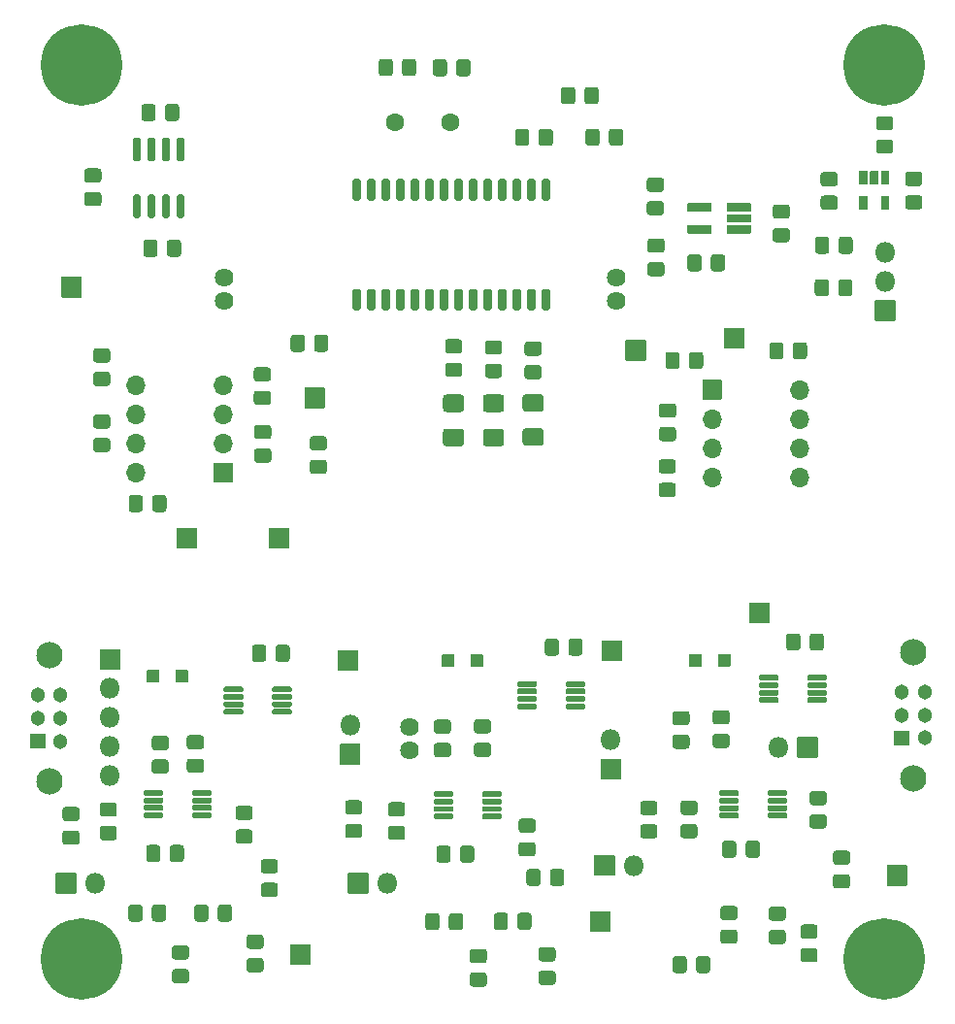
<source format=gbr>
%TF.GenerationSoftware,KiCad,Pcbnew,(5.1.9)-1*%
%TF.CreationDate,2022-01-14T21:41:21-05:00*%
%TF.ProjectId,mama_board,6d616d61-5f62-46f6-9172-642e6b696361,rev?*%
%TF.SameCoordinates,Original*%
%TF.FileFunction,Soldermask,Top*%
%TF.FilePolarity,Negative*%
%FSLAX46Y46*%
G04 Gerber Fmt 4.6, Leading zero omitted, Abs format (unit mm)*
G04 Created by KiCad (PCBNEW (5.1.9)-1) date 2022-01-14 21:41:21*
%MOMM*%
%LPD*%
G01*
G04 APERTURE LIST*
%ADD10C,1.625600*%
%ADD11O,1.701600X1.701600*%
%ADD12C,7.101600*%
%ADD13O,1.801600X1.801600*%
%ADD14C,1.601600*%
%ADD15C,1.301600*%
%ADD16C,2.301600*%
G04 APERTURE END LIST*
D10*
%TO.C,U15*%
X141600000Y-127800000D03*
X141600000Y-129800000D03*
%TD*%
D11*
%TO.C,U11*%
X117780000Y-105600000D03*
X125400000Y-97980000D03*
X117780000Y-103060000D03*
X125400000Y-100520000D03*
X117780000Y-100520000D03*
X125400000Y-103060000D03*
X117780000Y-97980000D03*
G36*
G01*
X126250800Y-104800000D02*
X126250800Y-106400000D01*
G75*
G02*
X126200000Y-106450800I-50800J0D01*
G01*
X124600000Y-106450800D01*
G75*
G02*
X124549200Y-106400000I0J50800D01*
G01*
X124549200Y-104800000D01*
G75*
G02*
X124600000Y-104749200I50800J0D01*
G01*
X126200000Y-104749200D01*
G75*
G02*
X126250800Y-104800000I0J-50800D01*
G01*
G37*
%TD*%
%TO.C,R28*%
G36*
G01*
X134550800Y-93821285D02*
X134550800Y-94778715D01*
G75*
G02*
X134278715Y-95050800I-272085J0D01*
G01*
X133571285Y-95050800D01*
G75*
G02*
X133299200Y-94778715I0J272085D01*
G01*
X133299200Y-93821285D01*
G75*
G02*
X133571285Y-93549200I272085J0D01*
G01*
X134278715Y-93549200D01*
G75*
G02*
X134550800Y-93821285I0J-272085D01*
G01*
G37*
G36*
G01*
X132500800Y-93821285D02*
X132500800Y-94778715D01*
G75*
G02*
X132228715Y-95050800I-272085J0D01*
G01*
X131521285Y-95050800D01*
G75*
G02*
X131249200Y-94778715I0J272085D01*
G01*
X131249200Y-93821285D01*
G75*
G02*
X131521285Y-93549200I272085J0D01*
G01*
X132228715Y-93549200D01*
G75*
G02*
X132500800Y-93821285I0J-272085D01*
G01*
G37*
%TD*%
%TO.C,R27*%
G36*
G01*
X163949200Y-96278715D02*
X163949200Y-95321285D01*
G75*
G02*
X164221285Y-95049200I272085J0D01*
G01*
X164928715Y-95049200D01*
G75*
G02*
X165200800Y-95321285I0J-272085D01*
G01*
X165200800Y-96278715D01*
G75*
G02*
X164928715Y-96550800I-272085J0D01*
G01*
X164221285Y-96550800D01*
G75*
G02*
X163949200Y-96278715I0J272085D01*
G01*
G37*
G36*
G01*
X165999200Y-96278715D02*
X165999200Y-95321285D01*
G75*
G02*
X166271285Y-95049200I272085J0D01*
G01*
X166978715Y-95049200D01*
G75*
G02*
X167250800Y-95321285I0J-272085D01*
G01*
X167250800Y-96278715D01*
G75*
G02*
X166978715Y-96550800I-272085J0D01*
G01*
X166271285Y-96550800D01*
G75*
G02*
X165999200Y-96278715I0J272085D01*
G01*
G37*
%TD*%
%TO.C,R26*%
G36*
G01*
X134153715Y-105700800D02*
X133196285Y-105700800D01*
G75*
G02*
X132924200Y-105428715I0J272085D01*
G01*
X132924200Y-104721285D01*
G75*
G02*
X133196285Y-104449200I272085J0D01*
G01*
X134153715Y-104449200D01*
G75*
G02*
X134425800Y-104721285I0J-272085D01*
G01*
X134425800Y-105428715D01*
G75*
G02*
X134153715Y-105700800I-272085J0D01*
G01*
G37*
G36*
G01*
X134153715Y-103650800D02*
X133196285Y-103650800D01*
G75*
G02*
X132924200Y-103378715I0J272085D01*
G01*
X132924200Y-102671285D01*
G75*
G02*
X133196285Y-102399200I272085J0D01*
G01*
X134153715Y-102399200D01*
G75*
G02*
X134425800Y-102671285I0J-272085D01*
G01*
X134425800Y-103378715D01*
G75*
G02*
X134153715Y-103650800I-272085J0D01*
G01*
G37*
%TD*%
D12*
%TO.C,REF\u002A\u002A*%
X183000000Y-70000000D03*
%TD*%
%TO.C,REF\u002A\u002A*%
X113000000Y-70000000D03*
%TD*%
%TO.C,REF\u002A\u002A*%
X113000000Y-148000000D03*
%TD*%
%TO.C,REF\u002A\u002A*%
X183000000Y-148000000D03*
%TD*%
%TO.C,U5*%
G36*
G01*
X153355800Y-89544800D02*
X153706600Y-89544800D01*
G75*
G02*
X153882000Y-89720200I0J-175400D01*
G01*
X153882000Y-91271000D01*
G75*
G02*
X153706600Y-91446400I-175400J0D01*
G01*
X153355800Y-91446400D01*
G75*
G02*
X153180400Y-91271000I0J175400D01*
G01*
X153180400Y-89720200D01*
G75*
G02*
X153355800Y-89544800I175400J0D01*
G01*
G37*
G36*
G01*
X152085800Y-89544800D02*
X152436600Y-89544800D01*
G75*
G02*
X152612000Y-89720200I0J-175400D01*
G01*
X152612000Y-91271000D01*
G75*
G02*
X152436600Y-91446400I-175400J0D01*
G01*
X152085800Y-91446400D01*
G75*
G02*
X151910400Y-91271000I0J175400D01*
G01*
X151910400Y-89720200D01*
G75*
G02*
X152085800Y-89544800I175400J0D01*
G01*
G37*
G36*
G01*
X150815800Y-89544800D02*
X151166600Y-89544800D01*
G75*
G02*
X151342000Y-89720200I0J-175400D01*
G01*
X151342000Y-91271000D01*
G75*
G02*
X151166600Y-91446400I-175400J0D01*
G01*
X150815800Y-91446400D01*
G75*
G02*
X150640400Y-91271000I0J175400D01*
G01*
X150640400Y-89720200D01*
G75*
G02*
X150815800Y-89544800I175400J0D01*
G01*
G37*
G36*
G01*
X149545800Y-89544800D02*
X149896600Y-89544800D01*
G75*
G02*
X150072000Y-89720200I0J-175400D01*
G01*
X150072000Y-91271000D01*
G75*
G02*
X149896600Y-91446400I-175400J0D01*
G01*
X149545800Y-91446400D01*
G75*
G02*
X149370400Y-91271000I0J175400D01*
G01*
X149370400Y-89720200D01*
G75*
G02*
X149545800Y-89544800I175400J0D01*
G01*
G37*
G36*
G01*
X148275800Y-89544800D02*
X148626600Y-89544800D01*
G75*
G02*
X148802000Y-89720200I0J-175400D01*
G01*
X148802000Y-91271000D01*
G75*
G02*
X148626600Y-91446400I-175400J0D01*
G01*
X148275800Y-91446400D01*
G75*
G02*
X148100400Y-91271000I0J175400D01*
G01*
X148100400Y-89720200D01*
G75*
G02*
X148275800Y-89544800I175400J0D01*
G01*
G37*
G36*
G01*
X147005800Y-89544800D02*
X147356600Y-89544800D01*
G75*
G02*
X147532000Y-89720200I0J-175400D01*
G01*
X147532000Y-91271000D01*
G75*
G02*
X147356600Y-91446400I-175400J0D01*
G01*
X147005800Y-91446400D01*
G75*
G02*
X146830400Y-91271000I0J175400D01*
G01*
X146830400Y-89720200D01*
G75*
G02*
X147005800Y-89544800I175400J0D01*
G01*
G37*
G36*
G01*
X145735800Y-89544800D02*
X146086600Y-89544800D01*
G75*
G02*
X146262000Y-89720200I0J-175400D01*
G01*
X146262000Y-91271000D01*
G75*
G02*
X146086600Y-91446400I-175400J0D01*
G01*
X145735800Y-91446400D01*
G75*
G02*
X145560400Y-91271000I0J175400D01*
G01*
X145560400Y-89720200D01*
G75*
G02*
X145735800Y-89544800I175400J0D01*
G01*
G37*
G36*
G01*
X144465800Y-89544800D02*
X144816600Y-89544800D01*
G75*
G02*
X144992000Y-89720200I0J-175400D01*
G01*
X144992000Y-91271000D01*
G75*
G02*
X144816600Y-91446400I-175400J0D01*
G01*
X144465800Y-91446400D01*
G75*
G02*
X144290400Y-91271000I0J175400D01*
G01*
X144290400Y-89720200D01*
G75*
G02*
X144465800Y-89544800I175400J0D01*
G01*
G37*
G36*
G01*
X143195800Y-89544800D02*
X143546600Y-89544800D01*
G75*
G02*
X143722000Y-89720200I0J-175400D01*
G01*
X143722000Y-91271000D01*
G75*
G02*
X143546600Y-91446400I-175400J0D01*
G01*
X143195800Y-91446400D01*
G75*
G02*
X143020400Y-91271000I0J175400D01*
G01*
X143020400Y-89720200D01*
G75*
G02*
X143195800Y-89544800I175400J0D01*
G01*
G37*
G36*
G01*
X141925800Y-89544800D02*
X142276600Y-89544800D01*
G75*
G02*
X142452000Y-89720200I0J-175400D01*
G01*
X142452000Y-91271000D01*
G75*
G02*
X142276600Y-91446400I-175400J0D01*
G01*
X141925800Y-91446400D01*
G75*
G02*
X141750400Y-91271000I0J175400D01*
G01*
X141750400Y-89720200D01*
G75*
G02*
X141925800Y-89544800I175400J0D01*
G01*
G37*
G36*
G01*
X140655800Y-89544800D02*
X141006600Y-89544800D01*
G75*
G02*
X141182000Y-89720200I0J-175400D01*
G01*
X141182000Y-91271000D01*
G75*
G02*
X141006600Y-91446400I-175400J0D01*
G01*
X140655800Y-91446400D01*
G75*
G02*
X140480400Y-91271000I0J175400D01*
G01*
X140480400Y-89720200D01*
G75*
G02*
X140655800Y-89544800I175400J0D01*
G01*
G37*
G36*
G01*
X139385800Y-89544800D02*
X139736600Y-89544800D01*
G75*
G02*
X139912000Y-89720200I0J-175400D01*
G01*
X139912000Y-91271000D01*
G75*
G02*
X139736600Y-91446400I-175400J0D01*
G01*
X139385800Y-91446400D01*
G75*
G02*
X139210400Y-91271000I0J175400D01*
G01*
X139210400Y-89720200D01*
G75*
G02*
X139385800Y-89544800I175400J0D01*
G01*
G37*
G36*
G01*
X138115800Y-89544800D02*
X138466600Y-89544800D01*
G75*
G02*
X138642000Y-89720200I0J-175400D01*
G01*
X138642000Y-91271000D01*
G75*
G02*
X138466600Y-91446400I-175400J0D01*
G01*
X138115800Y-91446400D01*
G75*
G02*
X137940400Y-91271000I0J175400D01*
G01*
X137940400Y-89720200D01*
G75*
G02*
X138115800Y-89544800I175400J0D01*
G01*
G37*
G36*
G01*
X136845800Y-89544800D02*
X137196600Y-89544800D01*
G75*
G02*
X137372000Y-89720200I0J-175400D01*
G01*
X137372000Y-91271000D01*
G75*
G02*
X137196600Y-91446400I-175400J0D01*
G01*
X136845800Y-91446400D01*
G75*
G02*
X136670400Y-91271000I0J175400D01*
G01*
X136670400Y-89720200D01*
G75*
G02*
X136845800Y-89544800I175400J0D01*
G01*
G37*
G36*
G01*
X136845800Y-79944800D02*
X137196600Y-79944800D01*
G75*
G02*
X137372000Y-80120200I0J-175400D01*
G01*
X137372000Y-81671000D01*
G75*
G02*
X137196600Y-81846400I-175400J0D01*
G01*
X136845800Y-81846400D01*
G75*
G02*
X136670400Y-81671000I0J175400D01*
G01*
X136670400Y-80120200D01*
G75*
G02*
X136845800Y-79944800I175400J0D01*
G01*
G37*
G36*
G01*
X138115800Y-79944800D02*
X138466600Y-79944800D01*
G75*
G02*
X138642000Y-80120200I0J-175400D01*
G01*
X138642000Y-81671000D01*
G75*
G02*
X138466600Y-81846400I-175400J0D01*
G01*
X138115800Y-81846400D01*
G75*
G02*
X137940400Y-81671000I0J175400D01*
G01*
X137940400Y-80120200D01*
G75*
G02*
X138115800Y-79944800I175400J0D01*
G01*
G37*
G36*
G01*
X139385800Y-79944800D02*
X139736600Y-79944800D01*
G75*
G02*
X139912000Y-80120200I0J-175400D01*
G01*
X139912000Y-81671000D01*
G75*
G02*
X139736600Y-81846400I-175400J0D01*
G01*
X139385800Y-81846400D01*
G75*
G02*
X139210400Y-81671000I0J175400D01*
G01*
X139210400Y-80120200D01*
G75*
G02*
X139385800Y-79944800I175400J0D01*
G01*
G37*
G36*
G01*
X140655800Y-79944800D02*
X141006600Y-79944800D01*
G75*
G02*
X141182000Y-80120200I0J-175400D01*
G01*
X141182000Y-81671000D01*
G75*
G02*
X141006600Y-81846400I-175400J0D01*
G01*
X140655800Y-81846400D01*
G75*
G02*
X140480400Y-81671000I0J175400D01*
G01*
X140480400Y-80120200D01*
G75*
G02*
X140655800Y-79944800I175400J0D01*
G01*
G37*
G36*
G01*
X141925800Y-79944800D02*
X142276600Y-79944800D01*
G75*
G02*
X142452000Y-80120200I0J-175400D01*
G01*
X142452000Y-81671000D01*
G75*
G02*
X142276600Y-81846400I-175400J0D01*
G01*
X141925800Y-81846400D01*
G75*
G02*
X141750400Y-81671000I0J175400D01*
G01*
X141750400Y-80120200D01*
G75*
G02*
X141925800Y-79944800I175400J0D01*
G01*
G37*
G36*
G01*
X143195800Y-79944800D02*
X143546600Y-79944800D01*
G75*
G02*
X143722000Y-80120200I0J-175400D01*
G01*
X143722000Y-81671000D01*
G75*
G02*
X143546600Y-81846400I-175400J0D01*
G01*
X143195800Y-81846400D01*
G75*
G02*
X143020400Y-81671000I0J175400D01*
G01*
X143020400Y-80120200D01*
G75*
G02*
X143195800Y-79944800I175400J0D01*
G01*
G37*
G36*
G01*
X144465800Y-79944800D02*
X144816600Y-79944800D01*
G75*
G02*
X144992000Y-80120200I0J-175400D01*
G01*
X144992000Y-81671000D01*
G75*
G02*
X144816600Y-81846400I-175400J0D01*
G01*
X144465800Y-81846400D01*
G75*
G02*
X144290400Y-81671000I0J175400D01*
G01*
X144290400Y-80120200D01*
G75*
G02*
X144465800Y-79944800I175400J0D01*
G01*
G37*
G36*
G01*
X145735800Y-79944800D02*
X146086600Y-79944800D01*
G75*
G02*
X146262000Y-80120200I0J-175400D01*
G01*
X146262000Y-81671000D01*
G75*
G02*
X146086600Y-81846400I-175400J0D01*
G01*
X145735800Y-81846400D01*
G75*
G02*
X145560400Y-81671000I0J175400D01*
G01*
X145560400Y-80120200D01*
G75*
G02*
X145735800Y-79944800I175400J0D01*
G01*
G37*
G36*
G01*
X147005800Y-79944800D02*
X147356600Y-79944800D01*
G75*
G02*
X147532000Y-80120200I0J-175400D01*
G01*
X147532000Y-81671000D01*
G75*
G02*
X147356600Y-81846400I-175400J0D01*
G01*
X147005800Y-81846400D01*
G75*
G02*
X146830400Y-81671000I0J175400D01*
G01*
X146830400Y-80120200D01*
G75*
G02*
X147005800Y-79944800I175400J0D01*
G01*
G37*
G36*
G01*
X148275800Y-79944800D02*
X148626600Y-79944800D01*
G75*
G02*
X148802000Y-80120200I0J-175400D01*
G01*
X148802000Y-81671000D01*
G75*
G02*
X148626600Y-81846400I-175400J0D01*
G01*
X148275800Y-81846400D01*
G75*
G02*
X148100400Y-81671000I0J175400D01*
G01*
X148100400Y-80120200D01*
G75*
G02*
X148275800Y-79944800I175400J0D01*
G01*
G37*
G36*
G01*
X149545800Y-79944800D02*
X149896600Y-79944800D01*
G75*
G02*
X150072000Y-80120200I0J-175400D01*
G01*
X150072000Y-81671000D01*
G75*
G02*
X149896600Y-81846400I-175400J0D01*
G01*
X149545800Y-81846400D01*
G75*
G02*
X149370400Y-81671000I0J175400D01*
G01*
X149370400Y-80120200D01*
G75*
G02*
X149545800Y-79944800I175400J0D01*
G01*
G37*
G36*
G01*
X150815800Y-79944800D02*
X151166600Y-79944800D01*
G75*
G02*
X151342000Y-80120200I0J-175400D01*
G01*
X151342000Y-81671000D01*
G75*
G02*
X151166600Y-81846400I-175400J0D01*
G01*
X150815800Y-81846400D01*
G75*
G02*
X150640400Y-81671000I0J175400D01*
G01*
X150640400Y-80120200D01*
G75*
G02*
X150815800Y-79944800I175400J0D01*
G01*
G37*
G36*
G01*
X152085800Y-79944800D02*
X152436600Y-79944800D01*
G75*
G02*
X152612000Y-80120200I0J-175400D01*
G01*
X152612000Y-81671000D01*
G75*
G02*
X152436600Y-81846400I-175400J0D01*
G01*
X152085800Y-81846400D01*
G75*
G02*
X151910400Y-81671000I0J175400D01*
G01*
X151910400Y-80120200D01*
G75*
G02*
X152085800Y-79944800I175400J0D01*
G01*
G37*
G36*
G01*
X153355800Y-79944800D02*
X153706600Y-79944800D01*
G75*
G02*
X153882000Y-80120200I0J-175400D01*
G01*
X153882000Y-81671000D01*
G75*
G02*
X153706600Y-81846400I-175400J0D01*
G01*
X153355800Y-81846400D01*
G75*
G02*
X153180400Y-81671000I0J175400D01*
G01*
X153180400Y-80120200D01*
G75*
G02*
X153355800Y-79944800I175400J0D01*
G01*
G37*
%TD*%
D10*
%TO.C,U14*%
X159700000Y-88600000D03*
X159700000Y-90600000D03*
%TD*%
%TO.C,U13*%
X125500000Y-88600000D03*
X125500000Y-90600000D03*
%TD*%
%TO.C,U9*%
G36*
G01*
X176328240Y-123603660D02*
X176328240Y-123352860D01*
G75*
G02*
X176453640Y-123227460I125400J0D01*
G01*
X177929440Y-123227460D01*
G75*
G02*
X178054840Y-123352860I0J-125400D01*
G01*
X178054840Y-123603660D01*
G75*
G02*
X177929440Y-123729060I-125400J0D01*
G01*
X176453640Y-123729060D01*
G75*
G02*
X176328240Y-123603660I0J125400D01*
G01*
G37*
G36*
G01*
X176328240Y-124253660D02*
X176328240Y-124002860D01*
G75*
G02*
X176453640Y-123877460I125400J0D01*
G01*
X177929440Y-123877460D01*
G75*
G02*
X178054840Y-124002860I0J-125400D01*
G01*
X178054840Y-124253660D01*
G75*
G02*
X177929440Y-124379060I-125400J0D01*
G01*
X176453640Y-124379060D01*
G75*
G02*
X176328240Y-124253660I0J125400D01*
G01*
G37*
G36*
G01*
X176328240Y-124903660D02*
X176328240Y-124652860D01*
G75*
G02*
X176453640Y-124527460I125400J0D01*
G01*
X177929440Y-124527460D01*
G75*
G02*
X178054840Y-124652860I0J-125400D01*
G01*
X178054840Y-124903660D01*
G75*
G02*
X177929440Y-125029060I-125400J0D01*
G01*
X176453640Y-125029060D01*
G75*
G02*
X176328240Y-124903660I0J125400D01*
G01*
G37*
G36*
G01*
X176328240Y-125553660D02*
X176328240Y-125302860D01*
G75*
G02*
X176453640Y-125177460I125400J0D01*
G01*
X177929440Y-125177460D01*
G75*
G02*
X178054840Y-125302860I0J-125400D01*
G01*
X178054840Y-125553660D01*
G75*
G02*
X177929440Y-125679060I-125400J0D01*
G01*
X176453640Y-125679060D01*
G75*
G02*
X176328240Y-125553660I0J125400D01*
G01*
G37*
G36*
G01*
X172103240Y-125553660D02*
X172103240Y-125302860D01*
G75*
G02*
X172228640Y-125177460I125400J0D01*
G01*
X173704440Y-125177460D01*
G75*
G02*
X173829840Y-125302860I0J-125400D01*
G01*
X173829840Y-125553660D01*
G75*
G02*
X173704440Y-125679060I-125400J0D01*
G01*
X172228640Y-125679060D01*
G75*
G02*
X172103240Y-125553660I0J125400D01*
G01*
G37*
G36*
G01*
X172103240Y-124903660D02*
X172103240Y-124652860D01*
G75*
G02*
X172228640Y-124527460I125400J0D01*
G01*
X173704440Y-124527460D01*
G75*
G02*
X173829840Y-124652860I0J-125400D01*
G01*
X173829840Y-124903660D01*
G75*
G02*
X173704440Y-125029060I-125400J0D01*
G01*
X172228640Y-125029060D01*
G75*
G02*
X172103240Y-124903660I0J125400D01*
G01*
G37*
G36*
G01*
X172103240Y-124253660D02*
X172103240Y-124002860D01*
G75*
G02*
X172228640Y-123877460I125400J0D01*
G01*
X173704440Y-123877460D01*
G75*
G02*
X173829840Y-124002860I0J-125400D01*
G01*
X173829840Y-124253660D01*
G75*
G02*
X173704440Y-124379060I-125400J0D01*
G01*
X172228640Y-124379060D01*
G75*
G02*
X172103240Y-124253660I0J125400D01*
G01*
G37*
G36*
G01*
X172103240Y-123603660D02*
X172103240Y-123352860D01*
G75*
G02*
X172228640Y-123227460I125400J0D01*
G01*
X173704440Y-123227460D01*
G75*
G02*
X173829840Y-123352860I0J-125400D01*
G01*
X173829840Y-123603660D01*
G75*
G02*
X173704440Y-123729060I-125400J0D01*
G01*
X172228640Y-123729060D01*
G75*
G02*
X172103240Y-123603660I0J125400D01*
G01*
G37*
%TD*%
%TO.C,U8*%
G36*
G01*
X172861700Y-133675400D02*
X172861700Y-133424600D01*
G75*
G02*
X172987100Y-133299200I125400J0D01*
G01*
X174462900Y-133299200D01*
G75*
G02*
X174588300Y-133424600I0J-125400D01*
G01*
X174588300Y-133675400D01*
G75*
G02*
X174462900Y-133800800I-125400J0D01*
G01*
X172987100Y-133800800D01*
G75*
G02*
X172861700Y-133675400I0J125400D01*
G01*
G37*
G36*
G01*
X172861700Y-134325400D02*
X172861700Y-134074600D01*
G75*
G02*
X172987100Y-133949200I125400J0D01*
G01*
X174462900Y-133949200D01*
G75*
G02*
X174588300Y-134074600I0J-125400D01*
G01*
X174588300Y-134325400D01*
G75*
G02*
X174462900Y-134450800I-125400J0D01*
G01*
X172987100Y-134450800D01*
G75*
G02*
X172861700Y-134325400I0J125400D01*
G01*
G37*
G36*
G01*
X172861700Y-134975400D02*
X172861700Y-134724600D01*
G75*
G02*
X172987100Y-134599200I125400J0D01*
G01*
X174462900Y-134599200D01*
G75*
G02*
X174588300Y-134724600I0J-125400D01*
G01*
X174588300Y-134975400D01*
G75*
G02*
X174462900Y-135100800I-125400J0D01*
G01*
X172987100Y-135100800D01*
G75*
G02*
X172861700Y-134975400I0J125400D01*
G01*
G37*
G36*
G01*
X172861700Y-135625400D02*
X172861700Y-135374600D01*
G75*
G02*
X172987100Y-135249200I125400J0D01*
G01*
X174462900Y-135249200D01*
G75*
G02*
X174588300Y-135374600I0J-125400D01*
G01*
X174588300Y-135625400D01*
G75*
G02*
X174462900Y-135750800I-125400J0D01*
G01*
X172987100Y-135750800D01*
G75*
G02*
X172861700Y-135625400I0J125400D01*
G01*
G37*
G36*
G01*
X168636700Y-135625400D02*
X168636700Y-135374600D01*
G75*
G02*
X168762100Y-135249200I125400J0D01*
G01*
X170237900Y-135249200D01*
G75*
G02*
X170363300Y-135374600I0J-125400D01*
G01*
X170363300Y-135625400D01*
G75*
G02*
X170237900Y-135750800I-125400J0D01*
G01*
X168762100Y-135750800D01*
G75*
G02*
X168636700Y-135625400I0J125400D01*
G01*
G37*
G36*
G01*
X168636700Y-134975400D02*
X168636700Y-134724600D01*
G75*
G02*
X168762100Y-134599200I125400J0D01*
G01*
X170237900Y-134599200D01*
G75*
G02*
X170363300Y-134724600I0J-125400D01*
G01*
X170363300Y-134975400D01*
G75*
G02*
X170237900Y-135100800I-125400J0D01*
G01*
X168762100Y-135100800D01*
G75*
G02*
X168636700Y-134975400I0J125400D01*
G01*
G37*
G36*
G01*
X168636700Y-134325400D02*
X168636700Y-134074600D01*
G75*
G02*
X168762100Y-133949200I125400J0D01*
G01*
X170237900Y-133949200D01*
G75*
G02*
X170363300Y-134074600I0J-125400D01*
G01*
X170363300Y-134325400D01*
G75*
G02*
X170237900Y-134450800I-125400J0D01*
G01*
X168762100Y-134450800D01*
G75*
G02*
X168636700Y-134325400I0J125400D01*
G01*
G37*
G36*
G01*
X168636700Y-133675400D02*
X168636700Y-133424600D01*
G75*
G02*
X168762100Y-133299200I125400J0D01*
G01*
X170237900Y-133299200D01*
G75*
G02*
X170363300Y-133424600I0J-125400D01*
G01*
X170363300Y-133675400D01*
G75*
G02*
X170237900Y-133800800I-125400J0D01*
G01*
X168762100Y-133800800D01*
G75*
G02*
X168636700Y-133675400I0J125400D01*
G01*
G37*
%TD*%
%TO.C,TP6*%
G36*
G01*
X171247700Y-118642500D02*
X171247700Y-116942500D01*
G75*
G02*
X171298500Y-116891700I50800J0D01*
G01*
X172998500Y-116891700D01*
G75*
G02*
X173049300Y-116942500I0J-50800D01*
G01*
X173049300Y-118642500D01*
G75*
G02*
X172998500Y-118693300I-50800J0D01*
G01*
X171298500Y-118693300D01*
G75*
G02*
X171247700Y-118642500I0J50800D01*
G01*
G37*
%TD*%
%TO.C,TP3*%
G36*
G01*
X157349200Y-145575000D02*
X157349200Y-143875000D01*
G75*
G02*
X157400000Y-143824200I50800J0D01*
G01*
X159100000Y-143824200D01*
G75*
G02*
X159150800Y-143875000I0J-50800D01*
G01*
X159150800Y-145575000D01*
G75*
G02*
X159100000Y-145625800I-50800J0D01*
G01*
X157400000Y-145625800D01*
G75*
G02*
X157349200Y-145575000I0J50800D01*
G01*
G37*
%TD*%
%TO.C,R25*%
G36*
G01*
X168330325Y-128352460D02*
X169287755Y-128352460D01*
G75*
G02*
X169559840Y-128624545I0J-272085D01*
G01*
X169559840Y-129331975D01*
G75*
G02*
X169287755Y-129604060I-272085J0D01*
G01*
X168330325Y-129604060D01*
G75*
G02*
X168058240Y-129331975I0J272085D01*
G01*
X168058240Y-128624545D01*
G75*
G02*
X168330325Y-128352460I272085J0D01*
G01*
G37*
G36*
G01*
X168330325Y-126302460D02*
X169287755Y-126302460D01*
G75*
G02*
X169559840Y-126574545I0J-272085D01*
G01*
X169559840Y-127281975D01*
G75*
G02*
X169287755Y-127554060I-272085J0D01*
G01*
X168330325Y-127554060D01*
G75*
G02*
X168058240Y-127281975I0J272085D01*
G01*
X168058240Y-126574545D01*
G75*
G02*
X168330325Y-126302460I272085J0D01*
G01*
G37*
%TD*%
%TO.C,R24*%
G36*
G01*
X176796905Y-135392420D02*
X177754335Y-135392420D01*
G75*
G02*
X178026420Y-135664505I0J-272085D01*
G01*
X178026420Y-136371935D01*
G75*
G02*
X177754335Y-136644020I-272085J0D01*
G01*
X176796905Y-136644020D01*
G75*
G02*
X176524820Y-136371935I0J272085D01*
G01*
X176524820Y-135664505D01*
G75*
G02*
X176796905Y-135392420I272085J0D01*
G01*
G37*
G36*
G01*
X176796905Y-133342420D02*
X177754335Y-133342420D01*
G75*
G02*
X178026420Y-133614505I0J-272085D01*
G01*
X178026420Y-134321935D01*
G75*
G02*
X177754335Y-134594020I-272085J0D01*
G01*
X176796905Y-134594020D01*
G75*
G02*
X176524820Y-134321935I0J272085D01*
G01*
X176524820Y-133614505D01*
G75*
G02*
X176796905Y-133342420I272085J0D01*
G01*
G37*
%TD*%
%TO.C,R23*%
G36*
G01*
X178845285Y-140607200D02*
X179802715Y-140607200D01*
G75*
G02*
X180074800Y-140879285I0J-272085D01*
G01*
X180074800Y-141586715D01*
G75*
G02*
X179802715Y-141858800I-272085J0D01*
G01*
X178845285Y-141858800D01*
G75*
G02*
X178573200Y-141586715I0J272085D01*
G01*
X178573200Y-140879285D01*
G75*
G02*
X178845285Y-140607200I272085J0D01*
G01*
G37*
G36*
G01*
X178845285Y-138557200D02*
X179802715Y-138557200D01*
G75*
G02*
X180074800Y-138829285I0J-272085D01*
G01*
X180074800Y-139536715D01*
G75*
G02*
X179802715Y-139808800I-272085J0D01*
G01*
X178845285Y-139808800D01*
G75*
G02*
X178573200Y-139536715I0J272085D01*
G01*
X178573200Y-138829285D01*
G75*
G02*
X178845285Y-138557200I272085J0D01*
G01*
G37*
%TD*%
%TO.C,R21*%
G36*
G01*
X169978715Y-144634800D02*
X169021285Y-144634800D01*
G75*
G02*
X168749200Y-144362715I0J272085D01*
G01*
X168749200Y-143655285D01*
G75*
G02*
X169021285Y-143383200I272085J0D01*
G01*
X169978715Y-143383200D01*
G75*
G02*
X170250800Y-143655285I0J-272085D01*
G01*
X170250800Y-144362715D01*
G75*
G02*
X169978715Y-144634800I-272085J0D01*
G01*
G37*
G36*
G01*
X169978715Y-146684800D02*
X169021285Y-146684800D01*
G75*
G02*
X168749200Y-146412715I0J272085D01*
G01*
X168749200Y-145705285D01*
G75*
G02*
X169021285Y-145433200I272085J0D01*
G01*
X169978715Y-145433200D01*
G75*
G02*
X170250800Y-145705285I0J-272085D01*
G01*
X170250800Y-146412715D01*
G75*
G02*
X169978715Y-146684800I-272085J0D01*
G01*
G37*
%TD*%
%TO.C,R20*%
G36*
G01*
X162029285Y-136257200D02*
X162986715Y-136257200D01*
G75*
G02*
X163258800Y-136529285I0J-272085D01*
G01*
X163258800Y-137236715D01*
G75*
G02*
X162986715Y-137508800I-272085J0D01*
G01*
X162029285Y-137508800D01*
G75*
G02*
X161757200Y-137236715I0J272085D01*
G01*
X161757200Y-136529285D01*
G75*
G02*
X162029285Y-136257200I272085J0D01*
G01*
G37*
G36*
G01*
X162029285Y-134207200D02*
X162986715Y-134207200D01*
G75*
G02*
X163258800Y-134479285I0J-272085D01*
G01*
X163258800Y-135186715D01*
G75*
G02*
X162986715Y-135458800I-272085J0D01*
G01*
X162029285Y-135458800D01*
G75*
G02*
X161757200Y-135186715I0J272085D01*
G01*
X161757200Y-134479285D01*
G75*
G02*
X162029285Y-134207200I272085J0D01*
G01*
G37*
%TD*%
%TO.C,R3*%
G36*
G01*
X124100800Y-143521285D02*
X124100800Y-144478715D01*
G75*
G02*
X123828715Y-144750800I-272085J0D01*
G01*
X123121285Y-144750800D01*
G75*
G02*
X122849200Y-144478715I0J272085D01*
G01*
X122849200Y-143521285D01*
G75*
G02*
X123121285Y-143249200I272085J0D01*
G01*
X123828715Y-143249200D01*
G75*
G02*
X124100800Y-143521285I0J-272085D01*
G01*
G37*
G36*
G01*
X126150800Y-143521285D02*
X126150800Y-144478715D01*
G75*
G02*
X125878715Y-144750800I-272085J0D01*
G01*
X125171285Y-144750800D01*
G75*
G02*
X124899200Y-144478715I0J272085D01*
G01*
X124899200Y-143521285D01*
G75*
G02*
X125171285Y-143249200I272085J0D01*
G01*
X125878715Y-143249200D01*
G75*
G02*
X126150800Y-143521285I0J-272085D01*
G01*
G37*
%TD*%
D13*
%TO.C,JP5*%
X161190000Y-139850000D03*
G36*
G01*
X159500000Y-140750800D02*
X157800000Y-140750800D01*
G75*
G02*
X157749200Y-140700000I0J50800D01*
G01*
X157749200Y-139000000D01*
G75*
G02*
X157800000Y-138949200I50800J0D01*
G01*
X159500000Y-138949200D01*
G75*
G02*
X159550800Y-139000000I0J-50800D01*
G01*
X159550800Y-140700000D01*
G75*
G02*
X159500000Y-140750800I-50800J0D01*
G01*
G37*
%TD*%
%TO.C,JP2*%
X136450000Y-127610000D03*
G36*
G01*
X137350800Y-129300000D02*
X137350800Y-131000000D01*
G75*
G02*
X137300000Y-131050800I-50800J0D01*
G01*
X135600000Y-131050800D01*
G75*
G02*
X135549200Y-131000000I0J50800D01*
G01*
X135549200Y-129300000D01*
G75*
G02*
X135600000Y-129249200I50800J0D01*
G01*
X137300000Y-129249200D01*
G75*
G02*
X137350800Y-129300000I0J-50800D01*
G01*
G37*
%TD*%
%TO.C,D6*%
G36*
G01*
X168528240Y-122453260D02*
X168528240Y-121453260D01*
G75*
G02*
X168579040Y-121402460I50800J0D01*
G01*
X169579040Y-121402460D01*
G75*
G02*
X169629840Y-121453260I0J-50800D01*
G01*
X169629840Y-122453260D01*
G75*
G02*
X169579040Y-122504060I-50800J0D01*
G01*
X168579040Y-122504060D01*
G75*
G02*
X168528240Y-122453260I0J50800D01*
G01*
G37*
G36*
G01*
X166028240Y-122453260D02*
X166028240Y-121453260D01*
G75*
G02*
X166079040Y-121402460I50800J0D01*
G01*
X167079040Y-121402460D01*
G75*
G02*
X167129840Y-121453260I0J-50800D01*
G01*
X167129840Y-122453260D01*
G75*
G02*
X167079040Y-122504060I-50800J0D01*
G01*
X166079040Y-122504060D01*
G75*
G02*
X166028240Y-122453260I0J50800D01*
G01*
G37*
%TD*%
%TO.C,C20*%
G36*
G01*
X154103715Y-148225800D02*
X153146285Y-148225800D01*
G75*
G02*
X152874200Y-147953715I0J272085D01*
G01*
X152874200Y-147246285D01*
G75*
G02*
X153146285Y-146974200I272085J0D01*
G01*
X154103715Y-146974200D01*
G75*
G02*
X154375800Y-147246285I0J-272085D01*
G01*
X154375800Y-147953715D01*
G75*
G02*
X154103715Y-148225800I-272085J0D01*
G01*
G37*
G36*
G01*
X154103715Y-150275800D02*
X153146285Y-150275800D01*
G75*
G02*
X152874200Y-150003715I0J272085D01*
G01*
X152874200Y-149296285D01*
G75*
G02*
X153146285Y-149024200I272085J0D01*
G01*
X154103715Y-149024200D01*
G75*
G02*
X154375800Y-149296285I0J-272085D01*
G01*
X154375800Y-150003715D01*
G75*
G02*
X154103715Y-150275800I-272085J0D01*
G01*
G37*
%TD*%
%TO.C,C18*%
G36*
G01*
X140021285Y-136382200D02*
X140978715Y-136382200D01*
G75*
G02*
X141250800Y-136654285I0J-272085D01*
G01*
X141250800Y-137361715D01*
G75*
G02*
X140978715Y-137633800I-272085J0D01*
G01*
X140021285Y-137633800D01*
G75*
G02*
X139749200Y-137361715I0J272085D01*
G01*
X139749200Y-136654285D01*
G75*
G02*
X140021285Y-136382200I272085J0D01*
G01*
G37*
G36*
G01*
X140021285Y-134332200D02*
X140978715Y-134332200D01*
G75*
G02*
X141250800Y-134604285I0J-272085D01*
G01*
X141250800Y-135311715D01*
G75*
G02*
X140978715Y-135583800I-272085J0D01*
G01*
X140021285Y-135583800D01*
G75*
G02*
X139749200Y-135311715I0J272085D01*
G01*
X139749200Y-134604285D01*
G75*
G02*
X140021285Y-134332200I272085J0D01*
G01*
G37*
%TD*%
%TO.C,C17*%
G36*
G01*
X131181800Y-120871285D02*
X131181800Y-121828715D01*
G75*
G02*
X130909715Y-122100800I-272085J0D01*
G01*
X130202285Y-122100800D01*
G75*
G02*
X129930200Y-121828715I0J272085D01*
G01*
X129930200Y-120871285D01*
G75*
G02*
X130202285Y-120599200I272085J0D01*
G01*
X130909715Y-120599200D01*
G75*
G02*
X131181800Y-120871285I0J-272085D01*
G01*
G37*
G36*
G01*
X129131800Y-120871285D02*
X129131800Y-121828715D01*
G75*
G02*
X128859715Y-122100800I-272085J0D01*
G01*
X128152285Y-122100800D01*
G75*
G02*
X127880200Y-121828715I0J272085D01*
G01*
X127880200Y-120871285D01*
G75*
G02*
X128152285Y-120599200I272085J0D01*
G01*
X128859715Y-120599200D01*
G75*
G02*
X129131800Y-120871285I0J-272085D01*
G01*
G37*
%TD*%
%TO.C,C16*%
G36*
G01*
X119399029Y-130593599D02*
X120356459Y-130593599D01*
G75*
G02*
X120628544Y-130865684I0J-272085D01*
G01*
X120628544Y-131573114D01*
G75*
G02*
X120356459Y-131845199I-272085J0D01*
G01*
X119399029Y-131845199D01*
G75*
G02*
X119126944Y-131573114I0J272085D01*
G01*
X119126944Y-130865684D01*
G75*
G02*
X119399029Y-130593599I272085J0D01*
G01*
G37*
G36*
G01*
X119399029Y-128543599D02*
X120356459Y-128543599D01*
G75*
G02*
X120628544Y-128815684I0J-272085D01*
G01*
X120628544Y-129523114D01*
G75*
G02*
X120356459Y-129795199I-272085J0D01*
G01*
X119399029Y-129795199D01*
G75*
G02*
X119126944Y-129523114I0J272085D01*
G01*
X119126944Y-128815684D01*
G75*
G02*
X119399029Y-128543599I272085J0D01*
G01*
G37*
%TD*%
%TO.C,C15*%
G36*
G01*
X119898673Y-138328124D02*
X119898673Y-139285554D01*
G75*
G02*
X119626588Y-139557639I-272085J0D01*
G01*
X118919158Y-139557639D01*
G75*
G02*
X118647073Y-139285554I0J272085D01*
G01*
X118647073Y-138328124D01*
G75*
G02*
X118919158Y-138056039I272085J0D01*
G01*
X119626588Y-138056039D01*
G75*
G02*
X119898673Y-138328124I0J-272085D01*
G01*
G37*
G36*
G01*
X121948673Y-138328124D02*
X121948673Y-139285554D01*
G75*
G02*
X121676588Y-139557639I-272085J0D01*
G01*
X120969158Y-139557639D01*
G75*
G02*
X120697073Y-139285554I0J272085D01*
G01*
X120697073Y-138328124D01*
G75*
G02*
X120969158Y-138056039I272085J0D01*
G01*
X121676588Y-138056039D01*
G75*
G02*
X121948673Y-138328124I0J-272085D01*
G01*
G37*
%TD*%
%TO.C,C8*%
G36*
G01*
X118350800Y-143521285D02*
X118350800Y-144478715D01*
G75*
G02*
X118078715Y-144750800I-272085J0D01*
G01*
X117371285Y-144750800D01*
G75*
G02*
X117099200Y-144478715I0J272085D01*
G01*
X117099200Y-143521285D01*
G75*
G02*
X117371285Y-143249200I272085J0D01*
G01*
X118078715Y-143249200D01*
G75*
G02*
X118350800Y-143521285I0J-272085D01*
G01*
G37*
G36*
G01*
X120400800Y-143521285D02*
X120400800Y-144478715D01*
G75*
G02*
X120128715Y-144750800I-272085J0D01*
G01*
X119421285Y-144750800D01*
G75*
G02*
X119149200Y-144478715I0J272085D01*
G01*
X119149200Y-143521285D01*
G75*
G02*
X119421285Y-143249200I272085J0D01*
G01*
X120128715Y-143249200D01*
G75*
G02*
X120400800Y-143521285I0J-272085D01*
G01*
G37*
%TD*%
D14*
%TO.C,Y1*%
X140340000Y-75000000D03*
X145220000Y-75000000D03*
%TD*%
D11*
%TO.C,U12*%
X175645000Y-98350000D03*
X168025000Y-105970000D03*
X175645000Y-100890000D03*
X168025000Y-103430000D03*
X175645000Y-103430000D03*
X168025000Y-100890000D03*
X175645000Y-105970000D03*
G36*
G01*
X167174200Y-99150000D02*
X167174200Y-97550000D01*
G75*
G02*
X167225000Y-97499200I50800J0D01*
G01*
X168825000Y-97499200D01*
G75*
G02*
X168875800Y-97550000I0J-50800D01*
G01*
X168875800Y-99150000D01*
G75*
G02*
X168825000Y-99200800I-50800J0D01*
G01*
X167225000Y-99200800D01*
G75*
G02*
X167174200Y-99150000I0J50800D01*
G01*
G37*
%TD*%
%TO.C,U10*%
G36*
G01*
X121484600Y-81324200D02*
X121835400Y-81324200D01*
G75*
G02*
X122010800Y-81499600I0J-175400D01*
G01*
X122010800Y-83200400D01*
G75*
G02*
X121835400Y-83375800I-175400J0D01*
G01*
X121484600Y-83375800D01*
G75*
G02*
X121309200Y-83200400I0J175400D01*
G01*
X121309200Y-81499600D01*
G75*
G02*
X121484600Y-81324200I175400J0D01*
G01*
G37*
G36*
G01*
X120214600Y-81324200D02*
X120565400Y-81324200D01*
G75*
G02*
X120740800Y-81499600I0J-175400D01*
G01*
X120740800Y-83200400D01*
G75*
G02*
X120565400Y-83375800I-175400J0D01*
G01*
X120214600Y-83375800D01*
G75*
G02*
X120039200Y-83200400I0J175400D01*
G01*
X120039200Y-81499600D01*
G75*
G02*
X120214600Y-81324200I175400J0D01*
G01*
G37*
G36*
G01*
X118944600Y-81324200D02*
X119295400Y-81324200D01*
G75*
G02*
X119470800Y-81499600I0J-175400D01*
G01*
X119470800Y-83200400D01*
G75*
G02*
X119295400Y-83375800I-175400J0D01*
G01*
X118944600Y-83375800D01*
G75*
G02*
X118769200Y-83200400I0J175400D01*
G01*
X118769200Y-81499600D01*
G75*
G02*
X118944600Y-81324200I175400J0D01*
G01*
G37*
G36*
G01*
X117674600Y-81324200D02*
X118025400Y-81324200D01*
G75*
G02*
X118200800Y-81499600I0J-175400D01*
G01*
X118200800Y-83200400D01*
G75*
G02*
X118025400Y-83375800I-175400J0D01*
G01*
X117674600Y-83375800D01*
G75*
G02*
X117499200Y-83200400I0J175400D01*
G01*
X117499200Y-81499600D01*
G75*
G02*
X117674600Y-81324200I175400J0D01*
G01*
G37*
G36*
G01*
X117674600Y-76374200D02*
X118025400Y-76374200D01*
G75*
G02*
X118200800Y-76549600I0J-175400D01*
G01*
X118200800Y-78250400D01*
G75*
G02*
X118025400Y-78425800I-175400J0D01*
G01*
X117674600Y-78425800D01*
G75*
G02*
X117499200Y-78250400I0J175400D01*
G01*
X117499200Y-76549600D01*
G75*
G02*
X117674600Y-76374200I175400J0D01*
G01*
G37*
G36*
G01*
X118944600Y-76374200D02*
X119295400Y-76374200D01*
G75*
G02*
X119470800Y-76549600I0J-175400D01*
G01*
X119470800Y-78250400D01*
G75*
G02*
X119295400Y-78425800I-175400J0D01*
G01*
X118944600Y-78425800D01*
G75*
G02*
X118769200Y-78250400I0J175400D01*
G01*
X118769200Y-76549600D01*
G75*
G02*
X118944600Y-76374200I175400J0D01*
G01*
G37*
G36*
G01*
X120214600Y-76374200D02*
X120565400Y-76374200D01*
G75*
G02*
X120740800Y-76549600I0J-175400D01*
G01*
X120740800Y-78250400D01*
G75*
G02*
X120565400Y-78425800I-175400J0D01*
G01*
X120214600Y-78425800D01*
G75*
G02*
X120039200Y-78250400I0J175400D01*
G01*
X120039200Y-76549600D01*
G75*
G02*
X120214600Y-76374200I175400J0D01*
G01*
G37*
G36*
G01*
X121484600Y-76374200D02*
X121835400Y-76374200D01*
G75*
G02*
X122010800Y-76549600I0J-175400D01*
G01*
X122010800Y-78250400D01*
G75*
G02*
X121835400Y-78425800I-175400J0D01*
G01*
X121484600Y-78425800D01*
G75*
G02*
X121309200Y-78250400I0J175400D01*
G01*
X121309200Y-76549600D01*
G75*
G02*
X121484600Y-76374200I175400J0D01*
G01*
G37*
%TD*%
%TO.C,U7*%
G36*
G01*
X155249200Y-124150400D02*
X155249200Y-123899600D01*
G75*
G02*
X155374600Y-123774200I125400J0D01*
G01*
X156850400Y-123774200D01*
G75*
G02*
X156975800Y-123899600I0J-125400D01*
G01*
X156975800Y-124150400D01*
G75*
G02*
X156850400Y-124275800I-125400J0D01*
G01*
X155374600Y-124275800D01*
G75*
G02*
X155249200Y-124150400I0J125400D01*
G01*
G37*
G36*
G01*
X155249200Y-124800400D02*
X155249200Y-124549600D01*
G75*
G02*
X155374600Y-124424200I125400J0D01*
G01*
X156850400Y-124424200D01*
G75*
G02*
X156975800Y-124549600I0J-125400D01*
G01*
X156975800Y-124800400D01*
G75*
G02*
X156850400Y-124925800I-125400J0D01*
G01*
X155374600Y-124925800D01*
G75*
G02*
X155249200Y-124800400I0J125400D01*
G01*
G37*
G36*
G01*
X155249200Y-125450400D02*
X155249200Y-125199600D01*
G75*
G02*
X155374600Y-125074200I125400J0D01*
G01*
X156850400Y-125074200D01*
G75*
G02*
X156975800Y-125199600I0J-125400D01*
G01*
X156975800Y-125450400D01*
G75*
G02*
X156850400Y-125575800I-125400J0D01*
G01*
X155374600Y-125575800D01*
G75*
G02*
X155249200Y-125450400I0J125400D01*
G01*
G37*
G36*
G01*
X155249200Y-126100400D02*
X155249200Y-125849600D01*
G75*
G02*
X155374600Y-125724200I125400J0D01*
G01*
X156850400Y-125724200D01*
G75*
G02*
X156975800Y-125849600I0J-125400D01*
G01*
X156975800Y-126100400D01*
G75*
G02*
X156850400Y-126225800I-125400J0D01*
G01*
X155374600Y-126225800D01*
G75*
G02*
X155249200Y-126100400I0J125400D01*
G01*
G37*
G36*
G01*
X151024200Y-126100400D02*
X151024200Y-125849600D01*
G75*
G02*
X151149600Y-125724200I125400J0D01*
G01*
X152625400Y-125724200D01*
G75*
G02*
X152750800Y-125849600I0J-125400D01*
G01*
X152750800Y-126100400D01*
G75*
G02*
X152625400Y-126225800I-125400J0D01*
G01*
X151149600Y-126225800D01*
G75*
G02*
X151024200Y-126100400I0J125400D01*
G01*
G37*
G36*
G01*
X151024200Y-125450400D02*
X151024200Y-125199600D01*
G75*
G02*
X151149600Y-125074200I125400J0D01*
G01*
X152625400Y-125074200D01*
G75*
G02*
X152750800Y-125199600I0J-125400D01*
G01*
X152750800Y-125450400D01*
G75*
G02*
X152625400Y-125575800I-125400J0D01*
G01*
X151149600Y-125575800D01*
G75*
G02*
X151024200Y-125450400I0J125400D01*
G01*
G37*
G36*
G01*
X151024200Y-124800400D02*
X151024200Y-124549600D01*
G75*
G02*
X151149600Y-124424200I125400J0D01*
G01*
X152625400Y-124424200D01*
G75*
G02*
X152750800Y-124549600I0J-125400D01*
G01*
X152750800Y-124800400D01*
G75*
G02*
X152625400Y-124925800I-125400J0D01*
G01*
X151149600Y-124925800D01*
G75*
G02*
X151024200Y-124800400I0J125400D01*
G01*
G37*
G36*
G01*
X151024200Y-124150400D02*
X151024200Y-123899600D01*
G75*
G02*
X151149600Y-123774200I125400J0D01*
G01*
X152625400Y-123774200D01*
G75*
G02*
X152750800Y-123899600I0J-125400D01*
G01*
X152750800Y-124150400D01*
G75*
G02*
X152625400Y-124275800I-125400J0D01*
G01*
X151149600Y-124275800D01*
G75*
G02*
X151024200Y-124150400I0J125400D01*
G01*
G37*
%TD*%
%TO.C,U6*%
G36*
G01*
X147949200Y-133750400D02*
X147949200Y-133499600D01*
G75*
G02*
X148074600Y-133374200I125400J0D01*
G01*
X149550400Y-133374200D01*
G75*
G02*
X149675800Y-133499600I0J-125400D01*
G01*
X149675800Y-133750400D01*
G75*
G02*
X149550400Y-133875800I-125400J0D01*
G01*
X148074600Y-133875800D01*
G75*
G02*
X147949200Y-133750400I0J125400D01*
G01*
G37*
G36*
G01*
X147949200Y-134400400D02*
X147949200Y-134149600D01*
G75*
G02*
X148074600Y-134024200I125400J0D01*
G01*
X149550400Y-134024200D01*
G75*
G02*
X149675800Y-134149600I0J-125400D01*
G01*
X149675800Y-134400400D01*
G75*
G02*
X149550400Y-134525800I-125400J0D01*
G01*
X148074600Y-134525800D01*
G75*
G02*
X147949200Y-134400400I0J125400D01*
G01*
G37*
G36*
G01*
X147949200Y-135050400D02*
X147949200Y-134799600D01*
G75*
G02*
X148074600Y-134674200I125400J0D01*
G01*
X149550400Y-134674200D01*
G75*
G02*
X149675800Y-134799600I0J-125400D01*
G01*
X149675800Y-135050400D01*
G75*
G02*
X149550400Y-135175800I-125400J0D01*
G01*
X148074600Y-135175800D01*
G75*
G02*
X147949200Y-135050400I0J125400D01*
G01*
G37*
G36*
G01*
X147949200Y-135700400D02*
X147949200Y-135449600D01*
G75*
G02*
X148074600Y-135324200I125400J0D01*
G01*
X149550400Y-135324200D01*
G75*
G02*
X149675800Y-135449600I0J-125400D01*
G01*
X149675800Y-135700400D01*
G75*
G02*
X149550400Y-135825800I-125400J0D01*
G01*
X148074600Y-135825800D01*
G75*
G02*
X147949200Y-135700400I0J125400D01*
G01*
G37*
G36*
G01*
X143724200Y-135700400D02*
X143724200Y-135449600D01*
G75*
G02*
X143849600Y-135324200I125400J0D01*
G01*
X145325400Y-135324200D01*
G75*
G02*
X145450800Y-135449600I0J-125400D01*
G01*
X145450800Y-135700400D01*
G75*
G02*
X145325400Y-135825800I-125400J0D01*
G01*
X143849600Y-135825800D01*
G75*
G02*
X143724200Y-135700400I0J125400D01*
G01*
G37*
G36*
G01*
X143724200Y-135050400D02*
X143724200Y-134799600D01*
G75*
G02*
X143849600Y-134674200I125400J0D01*
G01*
X145325400Y-134674200D01*
G75*
G02*
X145450800Y-134799600I0J-125400D01*
G01*
X145450800Y-135050400D01*
G75*
G02*
X145325400Y-135175800I-125400J0D01*
G01*
X143849600Y-135175800D01*
G75*
G02*
X143724200Y-135050400I0J125400D01*
G01*
G37*
G36*
G01*
X143724200Y-134400400D02*
X143724200Y-134149600D01*
G75*
G02*
X143849600Y-134024200I125400J0D01*
G01*
X145325400Y-134024200D01*
G75*
G02*
X145450800Y-134149600I0J-125400D01*
G01*
X145450800Y-134400400D01*
G75*
G02*
X145325400Y-134525800I-125400J0D01*
G01*
X143849600Y-134525800D01*
G75*
G02*
X143724200Y-134400400I0J125400D01*
G01*
G37*
G36*
G01*
X143724200Y-133750400D02*
X143724200Y-133499600D01*
G75*
G02*
X143849600Y-133374200I125400J0D01*
G01*
X145325400Y-133374200D01*
G75*
G02*
X145450800Y-133499600I0J-125400D01*
G01*
X145450800Y-133750400D01*
G75*
G02*
X145325400Y-133875800I-125400J0D01*
G01*
X143849600Y-133875800D01*
G75*
G02*
X143724200Y-133750400I0J125400D01*
G01*
G37*
%TD*%
%TO.C,U4*%
G36*
G01*
X125411700Y-124625400D02*
X125411700Y-124374600D01*
G75*
G02*
X125537100Y-124249200I125400J0D01*
G01*
X127012900Y-124249200D01*
G75*
G02*
X127138300Y-124374600I0J-125400D01*
G01*
X127138300Y-124625400D01*
G75*
G02*
X127012900Y-124750800I-125400J0D01*
G01*
X125537100Y-124750800D01*
G75*
G02*
X125411700Y-124625400I0J125400D01*
G01*
G37*
G36*
G01*
X125411700Y-125275400D02*
X125411700Y-125024600D01*
G75*
G02*
X125537100Y-124899200I125400J0D01*
G01*
X127012900Y-124899200D01*
G75*
G02*
X127138300Y-125024600I0J-125400D01*
G01*
X127138300Y-125275400D01*
G75*
G02*
X127012900Y-125400800I-125400J0D01*
G01*
X125537100Y-125400800D01*
G75*
G02*
X125411700Y-125275400I0J125400D01*
G01*
G37*
G36*
G01*
X125411700Y-125925400D02*
X125411700Y-125674600D01*
G75*
G02*
X125537100Y-125549200I125400J0D01*
G01*
X127012900Y-125549200D01*
G75*
G02*
X127138300Y-125674600I0J-125400D01*
G01*
X127138300Y-125925400D01*
G75*
G02*
X127012900Y-126050800I-125400J0D01*
G01*
X125537100Y-126050800D01*
G75*
G02*
X125411700Y-125925400I0J125400D01*
G01*
G37*
G36*
G01*
X125411700Y-126575400D02*
X125411700Y-126324600D01*
G75*
G02*
X125537100Y-126199200I125400J0D01*
G01*
X127012900Y-126199200D01*
G75*
G02*
X127138300Y-126324600I0J-125400D01*
G01*
X127138300Y-126575400D01*
G75*
G02*
X127012900Y-126700800I-125400J0D01*
G01*
X125537100Y-126700800D01*
G75*
G02*
X125411700Y-126575400I0J125400D01*
G01*
G37*
G36*
G01*
X129636700Y-126575400D02*
X129636700Y-126324600D01*
G75*
G02*
X129762100Y-126199200I125400J0D01*
G01*
X131237900Y-126199200D01*
G75*
G02*
X131363300Y-126324600I0J-125400D01*
G01*
X131363300Y-126575400D01*
G75*
G02*
X131237900Y-126700800I-125400J0D01*
G01*
X129762100Y-126700800D01*
G75*
G02*
X129636700Y-126575400I0J125400D01*
G01*
G37*
G36*
G01*
X129636700Y-125925400D02*
X129636700Y-125674600D01*
G75*
G02*
X129762100Y-125549200I125400J0D01*
G01*
X131237900Y-125549200D01*
G75*
G02*
X131363300Y-125674600I0J-125400D01*
G01*
X131363300Y-125925400D01*
G75*
G02*
X131237900Y-126050800I-125400J0D01*
G01*
X129762100Y-126050800D01*
G75*
G02*
X129636700Y-125925400I0J125400D01*
G01*
G37*
G36*
G01*
X129636700Y-125275400D02*
X129636700Y-125024600D01*
G75*
G02*
X129762100Y-124899200I125400J0D01*
G01*
X131237900Y-124899200D01*
G75*
G02*
X131363300Y-125024600I0J-125400D01*
G01*
X131363300Y-125275400D01*
G75*
G02*
X131237900Y-125400800I-125400J0D01*
G01*
X129762100Y-125400800D01*
G75*
G02*
X129636700Y-125275400I0J125400D01*
G01*
G37*
G36*
G01*
X129636700Y-124625400D02*
X129636700Y-124374600D01*
G75*
G02*
X129762100Y-124249200I125400J0D01*
G01*
X131237900Y-124249200D01*
G75*
G02*
X131363300Y-124374600I0J-125400D01*
G01*
X131363300Y-124625400D01*
G75*
G02*
X131237900Y-124750800I-125400J0D01*
G01*
X129762100Y-124750800D01*
G75*
G02*
X129636700Y-124625400I0J125400D01*
G01*
G37*
%TD*%
%TO.C,U3*%
G36*
G01*
X167977840Y-84028480D02*
X167977840Y-84678480D01*
G75*
G02*
X167927040Y-84729280I-50800J0D01*
G01*
X165927040Y-84729280D01*
G75*
G02*
X165876240Y-84678480I0J50800D01*
G01*
X165876240Y-84028480D01*
G75*
G02*
X165927040Y-83977680I50800J0D01*
G01*
X167927040Y-83977680D01*
G75*
G02*
X167977840Y-84028480I0J-50800D01*
G01*
G37*
G36*
G01*
X167977840Y-82128480D02*
X167977840Y-82778480D01*
G75*
G02*
X167927040Y-82829280I-50800J0D01*
G01*
X165927040Y-82829280D01*
G75*
G02*
X165876240Y-82778480I0J50800D01*
G01*
X165876240Y-82128480D01*
G75*
G02*
X165927040Y-82077680I50800J0D01*
G01*
X167927040Y-82077680D01*
G75*
G02*
X167977840Y-82128480I0J-50800D01*
G01*
G37*
G36*
G01*
X171397840Y-82128480D02*
X171397840Y-82778480D01*
G75*
G02*
X171347040Y-82829280I-50800J0D01*
G01*
X169347040Y-82829280D01*
G75*
G02*
X169296240Y-82778480I0J50800D01*
G01*
X169296240Y-82128480D01*
G75*
G02*
X169347040Y-82077680I50800J0D01*
G01*
X171347040Y-82077680D01*
G75*
G02*
X171397840Y-82128480I0J-50800D01*
G01*
G37*
G36*
G01*
X171397840Y-83078480D02*
X171397840Y-83728480D01*
G75*
G02*
X171347040Y-83779280I-50800J0D01*
G01*
X169347040Y-83779280D01*
G75*
G02*
X169296240Y-83728480I0J50800D01*
G01*
X169296240Y-83078480D01*
G75*
G02*
X169347040Y-83027680I50800J0D01*
G01*
X171347040Y-83027680D01*
G75*
G02*
X171397840Y-83078480I0J-50800D01*
G01*
G37*
G36*
G01*
X171397840Y-84028480D02*
X171397840Y-84678480D01*
G75*
G02*
X171347040Y-84729280I-50800J0D01*
G01*
X169347040Y-84729280D01*
G75*
G02*
X169296240Y-84678480I0J50800D01*
G01*
X169296240Y-84028480D01*
G75*
G02*
X169347040Y-83977680I50800J0D01*
G01*
X171347040Y-83977680D01*
G75*
G02*
X171397840Y-84028480I0J-50800D01*
G01*
G37*
%TD*%
%TO.C,U2*%
G36*
G01*
X182789840Y-81483480D02*
X183439840Y-81483480D01*
G75*
G02*
X183490640Y-81534280I0J-50800D01*
G01*
X183490640Y-82594280D01*
G75*
G02*
X183439840Y-82645080I-50800J0D01*
G01*
X182789840Y-82645080D01*
G75*
G02*
X182739040Y-82594280I0J50800D01*
G01*
X182739040Y-81534280D01*
G75*
G02*
X182789840Y-81483480I50800J0D01*
G01*
G37*
G36*
G01*
X180889840Y-81483480D02*
X181539840Y-81483480D01*
G75*
G02*
X181590640Y-81534280I0J-50800D01*
G01*
X181590640Y-82594280D01*
G75*
G02*
X181539840Y-82645080I-50800J0D01*
G01*
X180889840Y-82645080D01*
G75*
G02*
X180839040Y-82594280I0J50800D01*
G01*
X180839040Y-81534280D01*
G75*
G02*
X180889840Y-81483480I50800J0D01*
G01*
G37*
G36*
G01*
X180889840Y-79283480D02*
X181539840Y-79283480D01*
G75*
G02*
X181590640Y-79334280I0J-50800D01*
G01*
X181590640Y-80394280D01*
G75*
G02*
X181539840Y-80445080I-50800J0D01*
G01*
X180889840Y-80445080D01*
G75*
G02*
X180839040Y-80394280I0J50800D01*
G01*
X180839040Y-79334280D01*
G75*
G02*
X180889840Y-79283480I50800J0D01*
G01*
G37*
G36*
G01*
X181839840Y-79283480D02*
X182489840Y-79283480D01*
G75*
G02*
X182540640Y-79334280I0J-50800D01*
G01*
X182540640Y-80394280D01*
G75*
G02*
X182489840Y-80445080I-50800J0D01*
G01*
X181839840Y-80445080D01*
G75*
G02*
X181789040Y-80394280I0J50800D01*
G01*
X181789040Y-79334280D01*
G75*
G02*
X181839840Y-79283480I50800J0D01*
G01*
G37*
G36*
G01*
X182789840Y-79283480D02*
X183439840Y-79283480D01*
G75*
G02*
X183490640Y-79334280I0J-50800D01*
G01*
X183490640Y-80394280D01*
G75*
G02*
X183439840Y-80445080I-50800J0D01*
G01*
X182789840Y-80445080D01*
G75*
G02*
X182739040Y-80394280I0J50800D01*
G01*
X182739040Y-79334280D01*
G75*
G02*
X182789840Y-79283480I50800J0D01*
G01*
G37*
%TD*%
%TO.C,U1*%
G36*
G01*
X118436700Y-133650400D02*
X118436700Y-133399600D01*
G75*
G02*
X118562100Y-133274200I125400J0D01*
G01*
X120037900Y-133274200D01*
G75*
G02*
X120163300Y-133399600I0J-125400D01*
G01*
X120163300Y-133650400D01*
G75*
G02*
X120037900Y-133775800I-125400J0D01*
G01*
X118562100Y-133775800D01*
G75*
G02*
X118436700Y-133650400I0J125400D01*
G01*
G37*
G36*
G01*
X118436700Y-134300400D02*
X118436700Y-134049600D01*
G75*
G02*
X118562100Y-133924200I125400J0D01*
G01*
X120037900Y-133924200D01*
G75*
G02*
X120163300Y-134049600I0J-125400D01*
G01*
X120163300Y-134300400D01*
G75*
G02*
X120037900Y-134425800I-125400J0D01*
G01*
X118562100Y-134425800D01*
G75*
G02*
X118436700Y-134300400I0J125400D01*
G01*
G37*
G36*
G01*
X118436700Y-134950400D02*
X118436700Y-134699600D01*
G75*
G02*
X118562100Y-134574200I125400J0D01*
G01*
X120037900Y-134574200D01*
G75*
G02*
X120163300Y-134699600I0J-125400D01*
G01*
X120163300Y-134950400D01*
G75*
G02*
X120037900Y-135075800I-125400J0D01*
G01*
X118562100Y-135075800D01*
G75*
G02*
X118436700Y-134950400I0J125400D01*
G01*
G37*
G36*
G01*
X118436700Y-135600400D02*
X118436700Y-135349600D01*
G75*
G02*
X118562100Y-135224200I125400J0D01*
G01*
X120037900Y-135224200D01*
G75*
G02*
X120163300Y-135349600I0J-125400D01*
G01*
X120163300Y-135600400D01*
G75*
G02*
X120037900Y-135725800I-125400J0D01*
G01*
X118562100Y-135725800D01*
G75*
G02*
X118436700Y-135600400I0J125400D01*
G01*
G37*
G36*
G01*
X122661700Y-135600400D02*
X122661700Y-135349600D01*
G75*
G02*
X122787100Y-135224200I125400J0D01*
G01*
X124262900Y-135224200D01*
G75*
G02*
X124388300Y-135349600I0J-125400D01*
G01*
X124388300Y-135600400D01*
G75*
G02*
X124262900Y-135725800I-125400J0D01*
G01*
X122787100Y-135725800D01*
G75*
G02*
X122661700Y-135600400I0J125400D01*
G01*
G37*
G36*
G01*
X122661700Y-134950400D02*
X122661700Y-134699600D01*
G75*
G02*
X122787100Y-134574200I125400J0D01*
G01*
X124262900Y-134574200D01*
G75*
G02*
X124388300Y-134699600I0J-125400D01*
G01*
X124388300Y-134950400D01*
G75*
G02*
X124262900Y-135075800I-125400J0D01*
G01*
X122787100Y-135075800D01*
G75*
G02*
X122661700Y-134950400I0J125400D01*
G01*
G37*
G36*
G01*
X122661700Y-134300400D02*
X122661700Y-134049600D01*
G75*
G02*
X122787100Y-133924200I125400J0D01*
G01*
X124262900Y-133924200D01*
G75*
G02*
X124388300Y-134049600I0J-125400D01*
G01*
X124388300Y-134300400D01*
G75*
G02*
X124262900Y-134425800I-125400J0D01*
G01*
X122787100Y-134425800D01*
G75*
G02*
X122661700Y-134300400I0J125400D01*
G01*
G37*
G36*
G01*
X122661700Y-133650400D02*
X122661700Y-133399600D01*
G75*
G02*
X122787100Y-133274200I125400J0D01*
G01*
X124262900Y-133274200D01*
G75*
G02*
X124388300Y-133399600I0J-125400D01*
G01*
X124388300Y-133650400D01*
G75*
G02*
X124262900Y-133775800I-125400J0D01*
G01*
X122787100Y-133775800D01*
G75*
G02*
X122661700Y-133650400I0J125400D01*
G01*
G37*
%TD*%
%TO.C,TP12*%
G36*
G01*
X160449200Y-95775000D02*
X160449200Y-94075000D01*
G75*
G02*
X160500000Y-94024200I50800J0D01*
G01*
X162200000Y-94024200D01*
G75*
G02*
X162250800Y-94075000I0J-50800D01*
G01*
X162250800Y-95775000D01*
G75*
G02*
X162200000Y-95825800I-50800J0D01*
G01*
X160500000Y-95825800D01*
G75*
G02*
X160449200Y-95775000I0J50800D01*
G01*
G37*
%TD*%
%TO.C,TP11*%
G36*
G01*
X134250800Y-98210000D02*
X134250800Y-99910000D01*
G75*
G02*
X134200000Y-99960800I-50800J0D01*
G01*
X132500000Y-99960800D01*
G75*
G02*
X132449200Y-99910000I0J50800D01*
G01*
X132449200Y-98210000D01*
G75*
G02*
X132500000Y-98159200I50800J0D01*
G01*
X134200000Y-98159200D01*
G75*
G02*
X134250800Y-98210000I0J-50800D01*
G01*
G37*
%TD*%
%TO.C,TP10*%
G36*
G01*
X131124060Y-110445180D02*
X131124060Y-112145180D01*
G75*
G02*
X131073260Y-112195980I-50800J0D01*
G01*
X129373260Y-112195980D01*
G75*
G02*
X129322460Y-112145180I0J50800D01*
G01*
X129322460Y-110445180D01*
G75*
G02*
X129373260Y-110394380I50800J0D01*
G01*
X131073260Y-110394380D01*
G75*
G02*
X131124060Y-110445180I0J-50800D01*
G01*
G37*
%TD*%
%TO.C,TP9*%
G36*
G01*
X169034200Y-94695000D02*
X169034200Y-92995000D01*
G75*
G02*
X169085000Y-92944200I50800J0D01*
G01*
X170785000Y-92944200D01*
G75*
G02*
X170835800Y-92995000I0J-50800D01*
G01*
X170835800Y-94695000D01*
G75*
G02*
X170785000Y-94745800I-50800J0D01*
G01*
X169085000Y-94745800D01*
G75*
G02*
X169034200Y-94695000I0J50800D01*
G01*
G37*
%TD*%
%TO.C,TP8*%
G36*
G01*
X113041800Y-88558000D02*
X113041800Y-90258000D01*
G75*
G02*
X112991000Y-90308800I-50800J0D01*
G01*
X111291000Y-90308800D01*
G75*
G02*
X111240200Y-90258000I0J50800D01*
G01*
X111240200Y-88558000D01*
G75*
G02*
X111291000Y-88507200I50800J0D01*
G01*
X112991000Y-88507200D01*
G75*
G02*
X113041800Y-88558000I0J-50800D01*
G01*
G37*
%TD*%
%TO.C,TP7*%
G36*
G01*
X123090800Y-110440000D02*
X123090800Y-112140000D01*
G75*
G02*
X123040000Y-112190800I-50800J0D01*
G01*
X121340000Y-112190800D01*
G75*
G02*
X121289200Y-112140000I0J50800D01*
G01*
X121289200Y-110440000D01*
G75*
G02*
X121340000Y-110389200I50800J0D01*
G01*
X123040000Y-110389200D01*
G75*
G02*
X123090800Y-110440000I0J-50800D01*
G01*
G37*
%TD*%
%TO.C,TP5*%
G36*
G01*
X183249200Y-141566000D02*
X183249200Y-139866000D01*
G75*
G02*
X183300000Y-139815200I50800J0D01*
G01*
X185000000Y-139815200D01*
G75*
G02*
X185050800Y-139866000I0J-50800D01*
G01*
X185050800Y-141566000D01*
G75*
G02*
X185000000Y-141616800I-50800J0D01*
G01*
X183300000Y-141616800D01*
G75*
G02*
X183249200Y-141566000I0J50800D01*
G01*
G37*
%TD*%
%TO.C,TP4*%
G36*
G01*
X158357200Y-121987680D02*
X158357200Y-120287680D01*
G75*
G02*
X158408000Y-120236880I50800J0D01*
G01*
X160108000Y-120236880D01*
G75*
G02*
X160158800Y-120287680I0J-50800D01*
G01*
X160158800Y-121987680D01*
G75*
G02*
X160108000Y-122038480I-50800J0D01*
G01*
X158408000Y-122038480D01*
G75*
G02*
X158357200Y-121987680I0J50800D01*
G01*
G37*
%TD*%
%TO.C,TP2*%
G36*
G01*
X135349200Y-122800000D02*
X135349200Y-121100000D01*
G75*
G02*
X135400000Y-121049200I50800J0D01*
G01*
X137100000Y-121049200D01*
G75*
G02*
X137150800Y-121100000I0J-50800D01*
G01*
X137150800Y-122800000D01*
G75*
G02*
X137100000Y-122850800I-50800J0D01*
G01*
X135400000Y-122850800D01*
G75*
G02*
X135349200Y-122800000I0J50800D01*
G01*
G37*
%TD*%
%TO.C,TP1*%
G36*
G01*
X131199200Y-148500000D02*
X131199200Y-146800000D01*
G75*
G02*
X131250000Y-146749200I50800J0D01*
G01*
X132950000Y-146749200D01*
G75*
G02*
X133000800Y-146800000I0J-50800D01*
G01*
X133000800Y-148500000D01*
G75*
G02*
X132950000Y-148550800I-50800J0D01*
G01*
X131250000Y-148550800D01*
G75*
G02*
X131199200Y-148500000I0J50800D01*
G01*
G37*
%TD*%
%TO.C,R37*%
G36*
G01*
X163633785Y-106466300D02*
X164591215Y-106466300D01*
G75*
G02*
X164863300Y-106738385I0J-272085D01*
G01*
X164863300Y-107445815D01*
G75*
G02*
X164591215Y-107717900I-272085J0D01*
G01*
X163633785Y-107717900D01*
G75*
G02*
X163361700Y-107445815I0J272085D01*
G01*
X163361700Y-106738385D01*
G75*
G02*
X163633785Y-106466300I272085J0D01*
G01*
G37*
G36*
G01*
X163633785Y-104416300D02*
X164591215Y-104416300D01*
G75*
G02*
X164863300Y-104688385I0J-272085D01*
G01*
X164863300Y-105395815D01*
G75*
G02*
X164591215Y-105667900I-272085J0D01*
G01*
X163633785Y-105667900D01*
G75*
G02*
X163361700Y-105395815I0J272085D01*
G01*
X163361700Y-104688385D01*
G75*
G02*
X163633785Y-104416300I272085J0D01*
G01*
G37*
%TD*%
%TO.C,R36*%
G36*
G01*
X163659185Y-101593200D02*
X164616615Y-101593200D01*
G75*
G02*
X164888700Y-101865285I0J-272085D01*
G01*
X164888700Y-102572715D01*
G75*
G02*
X164616615Y-102844800I-272085J0D01*
G01*
X163659185Y-102844800D01*
G75*
G02*
X163387100Y-102572715I0J272085D01*
G01*
X163387100Y-101865285D01*
G75*
G02*
X163659185Y-101593200I272085J0D01*
G01*
G37*
G36*
G01*
X163659185Y-99543200D02*
X164616615Y-99543200D01*
G75*
G02*
X164888700Y-99815285I0J-272085D01*
G01*
X164888700Y-100522715D01*
G75*
G02*
X164616615Y-100794800I-272085J0D01*
G01*
X163659185Y-100794800D01*
G75*
G02*
X163387100Y-100522715I0J272085D01*
G01*
X163387100Y-99815285D01*
G75*
G02*
X163659185Y-99543200I272085J0D01*
G01*
G37*
%TD*%
%TO.C,R35*%
G36*
G01*
X115257915Y-95985700D02*
X114300485Y-95985700D01*
G75*
G02*
X114028400Y-95713615I0J272085D01*
G01*
X114028400Y-95006185D01*
G75*
G02*
X114300485Y-94734100I272085J0D01*
G01*
X115257915Y-94734100D01*
G75*
G02*
X115530000Y-95006185I0J-272085D01*
G01*
X115530000Y-95713615D01*
G75*
G02*
X115257915Y-95985700I-272085J0D01*
G01*
G37*
G36*
G01*
X115257915Y-98035700D02*
X114300485Y-98035700D01*
G75*
G02*
X114028400Y-97763615I0J272085D01*
G01*
X114028400Y-97056185D01*
G75*
G02*
X114300485Y-96784100I272085J0D01*
G01*
X115257915Y-96784100D01*
G75*
G02*
X115530000Y-97056185I0J-272085D01*
G01*
X115530000Y-97763615D01*
G75*
G02*
X115257915Y-98035700I-272085J0D01*
G01*
G37*
%TD*%
%TO.C,R34*%
G36*
G01*
X115257915Y-101750800D02*
X114300485Y-101750800D01*
G75*
G02*
X114028400Y-101478715I0J272085D01*
G01*
X114028400Y-100771285D01*
G75*
G02*
X114300485Y-100499200I272085J0D01*
G01*
X115257915Y-100499200D01*
G75*
G02*
X115530000Y-100771285I0J-272085D01*
G01*
X115530000Y-101478715D01*
G75*
G02*
X115257915Y-101750800I-272085J0D01*
G01*
G37*
G36*
G01*
X115257915Y-103800800D02*
X114300485Y-103800800D01*
G75*
G02*
X114028400Y-103528715I0J272085D01*
G01*
X114028400Y-102821285D01*
G75*
G02*
X114300485Y-102549200I272085J0D01*
G01*
X115257915Y-102549200D01*
G75*
G02*
X115530000Y-102821285I0J-272085D01*
G01*
X115530000Y-103528715D01*
G75*
G02*
X115257915Y-103800800I-272085J0D01*
G01*
G37*
%TD*%
%TO.C,R33*%
G36*
G01*
X129273215Y-97637700D02*
X128315785Y-97637700D01*
G75*
G02*
X128043700Y-97365615I0J272085D01*
G01*
X128043700Y-96658185D01*
G75*
G02*
X128315785Y-96386100I272085J0D01*
G01*
X129273215Y-96386100D01*
G75*
G02*
X129545300Y-96658185I0J-272085D01*
G01*
X129545300Y-97365615D01*
G75*
G02*
X129273215Y-97637700I-272085J0D01*
G01*
G37*
G36*
G01*
X129273215Y-99687700D02*
X128315785Y-99687700D01*
G75*
G02*
X128043700Y-99415615I0J272085D01*
G01*
X128043700Y-98708185D01*
G75*
G02*
X128315785Y-98436100I272085J0D01*
G01*
X129273215Y-98436100D01*
G75*
G02*
X129545300Y-98708185I0J-272085D01*
G01*
X129545300Y-99415615D01*
G75*
G02*
X129273215Y-99687700I-272085J0D01*
G01*
G37*
%TD*%
%TO.C,R32*%
G36*
G01*
X129298615Y-102666900D02*
X128341185Y-102666900D01*
G75*
G02*
X128069100Y-102394815I0J272085D01*
G01*
X128069100Y-101687385D01*
G75*
G02*
X128341185Y-101415300I272085J0D01*
G01*
X129298615Y-101415300D01*
G75*
G02*
X129570700Y-101687385I0J-272085D01*
G01*
X129570700Y-102394815D01*
G75*
G02*
X129298615Y-102666900I-272085J0D01*
G01*
G37*
G36*
G01*
X129298615Y-104716900D02*
X128341185Y-104716900D01*
G75*
G02*
X128069100Y-104444815I0J272085D01*
G01*
X128069100Y-103737385D01*
G75*
G02*
X128341185Y-103465300I272085J0D01*
G01*
X129298615Y-103465300D01*
G75*
G02*
X129570700Y-103737385I0J-272085D01*
G01*
X129570700Y-104444815D01*
G75*
G02*
X129298615Y-104716900I-272085J0D01*
G01*
G37*
%TD*%
%TO.C,R22*%
G36*
G01*
X173234425Y-145468760D02*
X174191855Y-145468760D01*
G75*
G02*
X174463940Y-145740845I0J-272085D01*
G01*
X174463940Y-146448275D01*
G75*
G02*
X174191855Y-146720360I-272085J0D01*
G01*
X173234425Y-146720360D01*
G75*
G02*
X172962340Y-146448275I0J272085D01*
G01*
X172962340Y-145740845D01*
G75*
G02*
X173234425Y-145468760I272085J0D01*
G01*
G37*
G36*
G01*
X173234425Y-143418760D02*
X174191855Y-143418760D01*
G75*
G02*
X174463940Y-143690845I0J-272085D01*
G01*
X174463940Y-144398275D01*
G75*
G02*
X174191855Y-144670360I-272085J0D01*
G01*
X173234425Y-144670360D01*
G75*
G02*
X172962340Y-144398275I0J272085D01*
G01*
X172962340Y-143690845D01*
G75*
G02*
X173234425Y-143418760I272085J0D01*
G01*
G37*
%TD*%
%TO.C,R19*%
G36*
G01*
X147521285Y-129136200D02*
X148478715Y-129136200D01*
G75*
G02*
X148750800Y-129408285I0J-272085D01*
G01*
X148750800Y-130115715D01*
G75*
G02*
X148478715Y-130387800I-272085J0D01*
G01*
X147521285Y-130387800D01*
G75*
G02*
X147249200Y-130115715I0J272085D01*
G01*
X147249200Y-129408285D01*
G75*
G02*
X147521285Y-129136200I272085J0D01*
G01*
G37*
G36*
G01*
X147521285Y-127086200D02*
X148478715Y-127086200D01*
G75*
G02*
X148750800Y-127358285I0J-272085D01*
G01*
X148750800Y-128065715D01*
G75*
G02*
X148478715Y-128337800I-272085J0D01*
G01*
X147521285Y-128337800D01*
G75*
G02*
X147249200Y-128065715I0J272085D01*
G01*
X147249200Y-127358285D01*
G75*
G02*
X147521285Y-127086200I272085J0D01*
G01*
G37*
%TD*%
%TO.C,R18*%
G36*
G01*
X151413285Y-137813200D02*
X152370715Y-137813200D01*
G75*
G02*
X152642800Y-138085285I0J-272085D01*
G01*
X152642800Y-138792715D01*
G75*
G02*
X152370715Y-139064800I-272085J0D01*
G01*
X151413285Y-139064800D01*
G75*
G02*
X151141200Y-138792715I0J272085D01*
G01*
X151141200Y-138085285D01*
G75*
G02*
X151413285Y-137813200I272085J0D01*
G01*
G37*
G36*
G01*
X151413285Y-135763200D02*
X152370715Y-135763200D01*
G75*
G02*
X152642800Y-136035285I0J-272085D01*
G01*
X152642800Y-136742715D01*
G75*
G02*
X152370715Y-137014800I-272085J0D01*
G01*
X151413285Y-137014800D01*
G75*
G02*
X151141200Y-136742715I0J272085D01*
G01*
X151141200Y-136035285D01*
G75*
G02*
X151413285Y-135763200I272085J0D01*
G01*
G37*
%TD*%
%TO.C,R17*%
G36*
G01*
X153874200Y-141378715D02*
X153874200Y-140421285D01*
G75*
G02*
X154146285Y-140149200I272085J0D01*
G01*
X154853715Y-140149200D01*
G75*
G02*
X155125800Y-140421285I0J-272085D01*
G01*
X155125800Y-141378715D01*
G75*
G02*
X154853715Y-141650800I-272085J0D01*
G01*
X154146285Y-141650800D01*
G75*
G02*
X153874200Y-141378715I0J272085D01*
G01*
G37*
G36*
G01*
X151824200Y-141378715D02*
X151824200Y-140421285D01*
G75*
G02*
X152096285Y-140149200I272085J0D01*
G01*
X152803715Y-140149200D01*
G75*
G02*
X153075800Y-140421285I0J-272085D01*
G01*
X153075800Y-141378715D01*
G75*
G02*
X152803715Y-141650800I-272085J0D01*
G01*
X152096285Y-141650800D01*
G75*
G02*
X151824200Y-141378715I0J272085D01*
G01*
G37*
%TD*%
%TO.C,R16*%
G36*
G01*
X150225800Y-144246285D02*
X150225800Y-145203715D01*
G75*
G02*
X149953715Y-145475800I-272085J0D01*
G01*
X149246285Y-145475800D01*
G75*
G02*
X148974200Y-145203715I0J272085D01*
G01*
X148974200Y-144246285D01*
G75*
G02*
X149246285Y-143974200I272085J0D01*
G01*
X149953715Y-143974200D01*
G75*
G02*
X150225800Y-144246285I0J-272085D01*
G01*
G37*
G36*
G01*
X152275800Y-144246285D02*
X152275800Y-145203715D01*
G75*
G02*
X152003715Y-145475800I-272085J0D01*
G01*
X151296285Y-145475800D01*
G75*
G02*
X151024200Y-145203715I0J272085D01*
G01*
X151024200Y-144246285D01*
G75*
G02*
X151296285Y-143974200I272085J0D01*
G01*
X152003715Y-143974200D01*
G75*
G02*
X152275800Y-144246285I0J-272085D01*
G01*
G37*
%TD*%
%TO.C,R15*%
G36*
G01*
X147146285Y-149174200D02*
X148103715Y-149174200D01*
G75*
G02*
X148375800Y-149446285I0J-272085D01*
G01*
X148375800Y-150153715D01*
G75*
G02*
X148103715Y-150425800I-272085J0D01*
G01*
X147146285Y-150425800D01*
G75*
G02*
X146874200Y-150153715I0J272085D01*
G01*
X146874200Y-149446285D01*
G75*
G02*
X147146285Y-149174200I272085J0D01*
G01*
G37*
G36*
G01*
X147146285Y-147124200D02*
X148103715Y-147124200D01*
G75*
G02*
X148375800Y-147396285I0J-272085D01*
G01*
X148375800Y-148103715D01*
G75*
G02*
X148103715Y-148375800I-272085J0D01*
G01*
X147146285Y-148375800D01*
G75*
G02*
X146874200Y-148103715I0J272085D01*
G01*
X146874200Y-147396285D01*
G75*
G02*
X147146285Y-147124200I272085J0D01*
G01*
G37*
%TD*%
%TO.C,R14*%
G36*
G01*
X136275285Y-136207200D02*
X137232715Y-136207200D01*
G75*
G02*
X137504800Y-136479285I0J-272085D01*
G01*
X137504800Y-137186715D01*
G75*
G02*
X137232715Y-137458800I-272085J0D01*
G01*
X136275285Y-137458800D01*
G75*
G02*
X136003200Y-137186715I0J272085D01*
G01*
X136003200Y-136479285D01*
G75*
G02*
X136275285Y-136207200I272085J0D01*
G01*
G37*
G36*
G01*
X136275285Y-134157200D02*
X137232715Y-134157200D01*
G75*
G02*
X137504800Y-134429285I0J-272085D01*
G01*
X137504800Y-135136715D01*
G75*
G02*
X137232715Y-135408800I-272085J0D01*
G01*
X136275285Y-135408800D01*
G75*
G02*
X136003200Y-135136715I0J272085D01*
G01*
X136003200Y-134429285D01*
G75*
G02*
X136275285Y-134157200I272085J0D01*
G01*
G37*
%TD*%
%TO.C,R13*%
G36*
G01*
X122471285Y-128474200D02*
X123428715Y-128474200D01*
G75*
G02*
X123700800Y-128746285I0J-272085D01*
G01*
X123700800Y-129453715D01*
G75*
G02*
X123428715Y-129725800I-272085J0D01*
G01*
X122471285Y-129725800D01*
G75*
G02*
X122199200Y-129453715I0J272085D01*
G01*
X122199200Y-128746285D01*
G75*
G02*
X122471285Y-128474200I272085J0D01*
G01*
G37*
G36*
G01*
X122471285Y-130524200D02*
X123428715Y-130524200D01*
G75*
G02*
X123700800Y-130796285I0J-272085D01*
G01*
X123700800Y-131503715D01*
G75*
G02*
X123428715Y-131775800I-272085J0D01*
G01*
X122471285Y-131775800D01*
G75*
G02*
X122199200Y-131503715I0J272085D01*
G01*
X122199200Y-130796285D01*
G75*
G02*
X122471285Y-130524200I272085J0D01*
G01*
G37*
%TD*%
%TO.C,R12*%
G36*
G01*
X126721285Y-134649200D02*
X127678715Y-134649200D01*
G75*
G02*
X127950800Y-134921285I0J-272085D01*
G01*
X127950800Y-135628715D01*
G75*
G02*
X127678715Y-135900800I-272085J0D01*
G01*
X126721285Y-135900800D01*
G75*
G02*
X126449200Y-135628715I0J272085D01*
G01*
X126449200Y-134921285D01*
G75*
G02*
X126721285Y-134649200I272085J0D01*
G01*
G37*
G36*
G01*
X126721285Y-136699200D02*
X127678715Y-136699200D01*
G75*
G02*
X127950800Y-136971285I0J-272085D01*
G01*
X127950800Y-137678715D01*
G75*
G02*
X127678715Y-137950800I-272085J0D01*
G01*
X126721285Y-137950800D01*
G75*
G02*
X126449200Y-137678715I0J272085D01*
G01*
X126449200Y-136971285D01*
G75*
G02*
X126721285Y-136699200I272085J0D01*
G01*
G37*
%TD*%
%TO.C,R11*%
G36*
G01*
X128921285Y-139299200D02*
X129878715Y-139299200D01*
G75*
G02*
X130150800Y-139571285I0J-272085D01*
G01*
X130150800Y-140278715D01*
G75*
G02*
X129878715Y-140550800I-272085J0D01*
G01*
X128921285Y-140550800D01*
G75*
G02*
X128649200Y-140278715I0J272085D01*
G01*
X128649200Y-139571285D01*
G75*
G02*
X128921285Y-139299200I272085J0D01*
G01*
G37*
G36*
G01*
X128921285Y-141349200D02*
X129878715Y-141349200D01*
G75*
G02*
X130150800Y-141621285I0J-272085D01*
G01*
X130150800Y-142328715D01*
G75*
G02*
X129878715Y-142600800I-272085J0D01*
G01*
X128921285Y-142600800D01*
G75*
G02*
X128649200Y-142328715I0J272085D01*
G01*
X128649200Y-141621285D01*
G75*
G02*
X128921285Y-141349200I272085J0D01*
G01*
G37*
%TD*%
%TO.C,R10*%
G36*
G01*
X156085800Y-72218285D02*
X156085800Y-73175715D01*
G75*
G02*
X155813715Y-73447800I-272085J0D01*
G01*
X155106285Y-73447800D01*
G75*
G02*
X154834200Y-73175715I0J272085D01*
G01*
X154834200Y-72218285D01*
G75*
G02*
X155106285Y-71946200I272085J0D01*
G01*
X155813715Y-71946200D01*
G75*
G02*
X156085800Y-72218285I0J-272085D01*
G01*
G37*
G36*
G01*
X158135800Y-72218285D02*
X158135800Y-73175715D01*
G75*
G02*
X157863715Y-73447800I-272085J0D01*
G01*
X157156285Y-73447800D01*
G75*
G02*
X156884200Y-73175715I0J272085D01*
G01*
X156884200Y-72218285D01*
G75*
G02*
X157156285Y-71946200I272085J0D01*
G01*
X157863715Y-71946200D01*
G75*
G02*
X158135800Y-72218285I0J-272085D01*
G01*
G37*
%TD*%
%TO.C,R9*%
G36*
G01*
X144999085Y-95986800D02*
X145956515Y-95986800D01*
G75*
G02*
X146228600Y-96258885I0J-272085D01*
G01*
X146228600Y-96966315D01*
G75*
G02*
X145956515Y-97238400I-272085J0D01*
G01*
X144999085Y-97238400D01*
G75*
G02*
X144727000Y-96966315I0J272085D01*
G01*
X144727000Y-96258885D01*
G75*
G02*
X144999085Y-95986800I272085J0D01*
G01*
G37*
G36*
G01*
X144999085Y-93936800D02*
X145956515Y-93936800D01*
G75*
G02*
X146228600Y-94208885I0J-272085D01*
G01*
X146228600Y-94916315D01*
G75*
G02*
X145956515Y-95188400I-272085J0D01*
G01*
X144999085Y-95188400D01*
G75*
G02*
X144727000Y-94916315I0J272085D01*
G01*
X144727000Y-94208885D01*
G75*
G02*
X144999085Y-93936800I272085J0D01*
G01*
G37*
%TD*%
%TO.C,R8*%
G36*
G01*
X163563555Y-81095080D02*
X162606125Y-81095080D01*
G75*
G02*
X162334040Y-80822995I0J272085D01*
G01*
X162334040Y-80115565D01*
G75*
G02*
X162606125Y-79843480I272085J0D01*
G01*
X163563555Y-79843480D01*
G75*
G02*
X163835640Y-80115565I0J-272085D01*
G01*
X163835640Y-80822995D01*
G75*
G02*
X163563555Y-81095080I-272085J0D01*
G01*
G37*
G36*
G01*
X163563555Y-83145080D02*
X162606125Y-83145080D01*
G75*
G02*
X162334040Y-82872995I0J272085D01*
G01*
X162334040Y-82165565D01*
G75*
G02*
X162606125Y-81893480I272085J0D01*
G01*
X163563555Y-81893480D01*
G75*
G02*
X163835640Y-82165565I0J-272085D01*
G01*
X163835640Y-82872995D01*
G75*
G02*
X163563555Y-83145080I-272085J0D01*
G01*
G37*
%TD*%
%TO.C,R7*%
G36*
G01*
X163603555Y-86405080D02*
X162646125Y-86405080D01*
G75*
G02*
X162374040Y-86132995I0J272085D01*
G01*
X162374040Y-85425565D01*
G75*
G02*
X162646125Y-85153480I272085J0D01*
G01*
X163603555Y-85153480D01*
G75*
G02*
X163875640Y-85425565I0J-272085D01*
G01*
X163875640Y-86132995D01*
G75*
G02*
X163603555Y-86405080I-272085J0D01*
G01*
G37*
G36*
G01*
X163603555Y-88455080D02*
X162646125Y-88455080D01*
G75*
G02*
X162374040Y-88182995I0J272085D01*
G01*
X162374040Y-87475565D01*
G75*
G02*
X162646125Y-87203480I272085J0D01*
G01*
X163603555Y-87203480D01*
G75*
G02*
X163875640Y-87475565I0J-272085D01*
G01*
X163875640Y-88182995D01*
G75*
G02*
X163603555Y-88455080I-272085J0D01*
G01*
G37*
%TD*%
%TO.C,R6*%
G36*
G01*
X158223800Y-75848285D02*
X158223800Y-76805715D01*
G75*
G02*
X157951715Y-77077800I-272085J0D01*
G01*
X157244285Y-77077800D01*
G75*
G02*
X156972200Y-76805715I0J272085D01*
G01*
X156972200Y-75848285D01*
G75*
G02*
X157244285Y-75576200I272085J0D01*
G01*
X157951715Y-75576200D01*
G75*
G02*
X158223800Y-75848285I0J-272085D01*
G01*
G37*
G36*
G01*
X160273800Y-75848285D02*
X160273800Y-76805715D01*
G75*
G02*
X160001715Y-77077800I-272085J0D01*
G01*
X159294285Y-77077800D01*
G75*
G02*
X159022200Y-76805715I0J272085D01*
G01*
X159022200Y-75848285D01*
G75*
G02*
X159294285Y-75576200I272085J0D01*
G01*
X160001715Y-75576200D01*
G75*
G02*
X160273800Y-75848285I0J-272085D01*
G01*
G37*
%TD*%
%TO.C,R5*%
G36*
G01*
X151933285Y-96190000D02*
X152890715Y-96190000D01*
G75*
G02*
X153162800Y-96462085I0J-272085D01*
G01*
X153162800Y-97169515D01*
G75*
G02*
X152890715Y-97441600I-272085J0D01*
G01*
X151933285Y-97441600D01*
G75*
G02*
X151661200Y-97169515I0J272085D01*
G01*
X151661200Y-96462085D01*
G75*
G02*
X151933285Y-96190000I272085J0D01*
G01*
G37*
G36*
G01*
X151933285Y-94140000D02*
X152890715Y-94140000D01*
G75*
G02*
X153162800Y-94412085I0J-272085D01*
G01*
X153162800Y-95119515D01*
G75*
G02*
X152890715Y-95391600I-272085J0D01*
G01*
X151933285Y-95391600D01*
G75*
G02*
X151661200Y-95119515I0J272085D01*
G01*
X151661200Y-94412085D01*
G75*
G02*
X151933285Y-94140000I272085J0D01*
G01*
G37*
%TD*%
%TO.C,R4*%
G36*
G01*
X148478885Y-96088400D02*
X149436315Y-96088400D01*
G75*
G02*
X149708400Y-96360485I0J-272085D01*
G01*
X149708400Y-97067915D01*
G75*
G02*
X149436315Y-97340000I-272085J0D01*
G01*
X148478885Y-97340000D01*
G75*
G02*
X148206800Y-97067915I0J272085D01*
G01*
X148206800Y-96360485D01*
G75*
G02*
X148478885Y-96088400I272085J0D01*
G01*
G37*
G36*
G01*
X148478885Y-94038400D02*
X149436315Y-94038400D01*
G75*
G02*
X149708400Y-94310485I0J-272085D01*
G01*
X149708400Y-95017915D01*
G75*
G02*
X149436315Y-95290000I-272085J0D01*
G01*
X148478885Y-95290000D01*
G75*
G02*
X148206800Y-95017915I0J272085D01*
G01*
X148206800Y-94310485D01*
G75*
G02*
X148478885Y-94038400I272085J0D01*
G01*
G37*
%TD*%
%TO.C,R2*%
G36*
G01*
X121171285Y-146824200D02*
X122128715Y-146824200D01*
G75*
G02*
X122400800Y-147096285I0J-272085D01*
G01*
X122400800Y-147803715D01*
G75*
G02*
X122128715Y-148075800I-272085J0D01*
G01*
X121171285Y-148075800D01*
G75*
G02*
X120899200Y-147803715I0J272085D01*
G01*
X120899200Y-147096285D01*
G75*
G02*
X121171285Y-146824200I272085J0D01*
G01*
G37*
G36*
G01*
X121171285Y-148874200D02*
X122128715Y-148874200D01*
G75*
G02*
X122400800Y-149146285I0J-272085D01*
G01*
X122400800Y-149853715D01*
G75*
G02*
X122128715Y-150125800I-272085J0D01*
G01*
X121171285Y-150125800D01*
G75*
G02*
X120899200Y-149853715I0J272085D01*
G01*
X120899200Y-149146285D01*
G75*
G02*
X121171285Y-148874200I272085J0D01*
G01*
G37*
%TD*%
%TO.C,R1*%
G36*
G01*
X111621285Y-134747200D02*
X112578715Y-134747200D01*
G75*
G02*
X112850800Y-135019285I0J-272085D01*
G01*
X112850800Y-135726715D01*
G75*
G02*
X112578715Y-135998800I-272085J0D01*
G01*
X111621285Y-135998800D01*
G75*
G02*
X111349200Y-135726715I0J272085D01*
G01*
X111349200Y-135019285D01*
G75*
G02*
X111621285Y-134747200I272085J0D01*
G01*
G37*
G36*
G01*
X111621285Y-136797200D02*
X112578715Y-136797200D01*
G75*
G02*
X112850800Y-137069285I0J-272085D01*
G01*
X112850800Y-137776715D01*
G75*
G02*
X112578715Y-138048800I-272085J0D01*
G01*
X111621285Y-138048800D01*
G75*
G02*
X111349200Y-137776715I0J272085D01*
G01*
X111349200Y-137069285D01*
G75*
G02*
X111621285Y-136797200I272085J0D01*
G01*
G37*
%TD*%
D13*
%TO.C,JP6*%
X173810000Y-129560000D03*
G36*
G01*
X175500000Y-128659200D02*
X177200000Y-128659200D01*
G75*
G02*
X177250800Y-128710000I0J-50800D01*
G01*
X177250800Y-130410000D01*
G75*
G02*
X177200000Y-130460800I-50800J0D01*
G01*
X175500000Y-130460800D01*
G75*
G02*
X175449200Y-130410000I0J50800D01*
G01*
X175449200Y-128710000D01*
G75*
G02*
X175500000Y-128659200I50800J0D01*
G01*
G37*
%TD*%
%TO.C,JP4*%
G36*
G01*
X160077520Y-130584840D02*
X160077520Y-132284840D01*
G75*
G02*
X160026720Y-132335640I-50800J0D01*
G01*
X158326720Y-132335640D01*
G75*
G02*
X158275920Y-132284840I0J50800D01*
G01*
X158275920Y-130584840D01*
G75*
G02*
X158326720Y-130534040I50800J0D01*
G01*
X160026720Y-130534040D01*
G75*
G02*
X160077520Y-130584840I0J-50800D01*
G01*
G37*
X159176720Y-128894840D03*
%TD*%
%TO.C,JP3*%
X139690000Y-141400000D03*
G36*
G01*
X138000000Y-142300800D02*
X136300000Y-142300800D01*
G75*
G02*
X136249200Y-142250000I0J50800D01*
G01*
X136249200Y-140550000D01*
G75*
G02*
X136300000Y-140499200I50800J0D01*
G01*
X138000000Y-140499200D01*
G75*
G02*
X138050800Y-140550000I0J-50800D01*
G01*
X138050800Y-142250000D01*
G75*
G02*
X138000000Y-142300800I-50800J0D01*
G01*
G37*
%TD*%
%TO.C,JP1*%
G36*
G01*
X112500000Y-142300800D02*
X110800000Y-142300800D01*
G75*
G02*
X110749200Y-142250000I0J50800D01*
G01*
X110749200Y-140550000D01*
G75*
G02*
X110800000Y-140499200I50800J0D01*
G01*
X112500000Y-140499200D01*
G75*
G02*
X112550800Y-140550000I0J-50800D01*
G01*
X112550800Y-142250000D01*
G75*
G02*
X112500000Y-142300800I-50800J0D01*
G01*
G37*
X114190000Y-141400000D03*
%TD*%
D15*
%TO.C,J10*%
X109190500Y-127000000D03*
G36*
G01*
X109790500Y-129650800D02*
X108590500Y-129650800D01*
G75*
G02*
X108539700Y-129600000I0J50800D01*
G01*
X108539700Y-128400000D01*
G75*
G02*
X108590500Y-128349200I50800J0D01*
G01*
X109790500Y-128349200D01*
G75*
G02*
X109841300Y-128400000I0J-50800D01*
G01*
X109841300Y-129600000D01*
G75*
G02*
X109790500Y-129650800I-50800J0D01*
G01*
G37*
X109190500Y-125000000D03*
X111190500Y-125000000D03*
X111190500Y-127000000D03*
X111190500Y-129000000D03*
D16*
X110190500Y-121500000D03*
X110190500Y-132500000D03*
%TD*%
D13*
%TO.C,J7*%
X183124840Y-86374280D03*
X183124840Y-88914280D03*
G36*
G01*
X184025640Y-90604280D02*
X184025640Y-92304280D01*
G75*
G02*
X183974840Y-92355080I-50800J0D01*
G01*
X182274840Y-92355080D01*
G75*
G02*
X182224040Y-92304280I0J50800D01*
G01*
X182224040Y-90604280D01*
G75*
G02*
X182274840Y-90553480I50800J0D01*
G01*
X183974840Y-90553480D01*
G75*
G02*
X184025640Y-90604280I0J-50800D01*
G01*
G37*
%TD*%
D15*
%TO.C,J4*%
X184556400Y-126727200D03*
G36*
G01*
X185156400Y-129378000D02*
X183956400Y-129378000D01*
G75*
G02*
X183905600Y-129327200I0J50800D01*
G01*
X183905600Y-128127200D01*
G75*
G02*
X183956400Y-128076400I50800J0D01*
G01*
X185156400Y-128076400D01*
G75*
G02*
X185207200Y-128127200I0J-50800D01*
G01*
X185207200Y-129327200D01*
G75*
G02*
X185156400Y-129378000I-50800J0D01*
G01*
G37*
X184556400Y-124727200D03*
X186556400Y-124727200D03*
X186556400Y-126727200D03*
X186556400Y-128727200D03*
D16*
X185556400Y-121227200D03*
X185556400Y-132227200D03*
%TD*%
%TO.C,J1*%
G36*
G01*
X116400800Y-121010000D02*
X116400800Y-122710000D01*
G75*
G02*
X116350000Y-122760800I-50800J0D01*
G01*
X114650000Y-122760800D01*
G75*
G02*
X114599200Y-122710000I0J50800D01*
G01*
X114599200Y-121010000D01*
G75*
G02*
X114650000Y-120959200I50800J0D01*
G01*
X116350000Y-120959200D01*
G75*
G02*
X116400800Y-121010000I0J-50800D01*
G01*
G37*
D13*
X115500000Y-124400000D03*
X115500000Y-126940000D03*
X115500000Y-129480000D03*
X115500000Y-132020000D03*
%TD*%
%TO.C,F3*%
G36*
G01*
X179049040Y-86227695D02*
X179049040Y-85270265D01*
G75*
G02*
X179321125Y-84998180I272085J0D01*
G01*
X180028555Y-84998180D01*
G75*
G02*
X180300640Y-85270265I0J-272085D01*
G01*
X180300640Y-86227695D01*
G75*
G02*
X180028555Y-86499780I-272085J0D01*
G01*
X179321125Y-86499780D01*
G75*
G02*
X179049040Y-86227695I0J272085D01*
G01*
G37*
G36*
G01*
X176999040Y-86227695D02*
X176999040Y-85270265D01*
G75*
G02*
X177271125Y-84998180I272085J0D01*
G01*
X177978555Y-84998180D01*
G75*
G02*
X178250640Y-85270265I0J-272085D01*
G01*
X178250640Y-86227695D01*
G75*
G02*
X177978555Y-86499780I-272085J0D01*
G01*
X177271125Y-86499780D01*
G75*
G02*
X176999040Y-86227695I0J272085D01*
G01*
G37*
%TD*%
%TO.C,F1*%
G36*
G01*
X179024040Y-89936095D02*
X179024040Y-88978665D01*
G75*
G02*
X179296125Y-88706580I272085J0D01*
G01*
X180003555Y-88706580D01*
G75*
G02*
X180275640Y-88978665I0J-272085D01*
G01*
X180275640Y-89936095D01*
G75*
G02*
X180003555Y-90208180I-272085J0D01*
G01*
X179296125Y-90208180D01*
G75*
G02*
X179024040Y-89936095I0J272085D01*
G01*
G37*
G36*
G01*
X176974040Y-89936095D02*
X176974040Y-88978665D01*
G75*
G02*
X177246125Y-88706580I272085J0D01*
G01*
X177953555Y-88706580D01*
G75*
G02*
X178225640Y-88978665I0J-272085D01*
G01*
X178225640Y-89936095D01*
G75*
G02*
X177953555Y-90208180I-272085J0D01*
G01*
X177246125Y-90208180D01*
G75*
G02*
X176974040Y-89936095I0J272085D01*
G01*
G37*
%TD*%
%TO.C,D5*%
G36*
G01*
X146135776Y-100296900D02*
X144819824Y-100296900D01*
G75*
G02*
X144552000Y-100029076I0J267824D01*
G01*
X144552000Y-99038124D01*
G75*
G02*
X144819824Y-98770300I267824J0D01*
G01*
X146135776Y-98770300D01*
G75*
G02*
X146403600Y-99038124I0J-267824D01*
G01*
X146403600Y-100029076D01*
G75*
G02*
X146135776Y-100296900I-267824J0D01*
G01*
G37*
G36*
G01*
X146135776Y-103271900D02*
X144819824Y-103271900D01*
G75*
G02*
X144552000Y-103004076I0J267824D01*
G01*
X144552000Y-102013124D01*
G75*
G02*
X144819824Y-101745300I267824J0D01*
G01*
X146135776Y-101745300D01*
G75*
G02*
X146403600Y-102013124I0J-267824D01*
G01*
X146403600Y-103004076D01*
G75*
G02*
X146135776Y-103271900I-267824J0D01*
G01*
G37*
%TD*%
%TO.C,D4*%
G36*
G01*
X153069976Y-100271500D02*
X151754024Y-100271500D01*
G75*
G02*
X151486200Y-100003676I0J267824D01*
G01*
X151486200Y-99012724D01*
G75*
G02*
X151754024Y-98744900I267824J0D01*
G01*
X153069976Y-98744900D01*
G75*
G02*
X153337800Y-99012724I0J-267824D01*
G01*
X153337800Y-100003676D01*
G75*
G02*
X153069976Y-100271500I-267824J0D01*
G01*
G37*
G36*
G01*
X153069976Y-103246500D02*
X151754024Y-103246500D01*
G75*
G02*
X151486200Y-102978676I0J267824D01*
G01*
X151486200Y-101987724D01*
G75*
G02*
X151754024Y-101719900I267824J0D01*
G01*
X153069976Y-101719900D01*
G75*
G02*
X153337800Y-101987724I0J-267824D01*
G01*
X153337800Y-102978676D01*
G75*
G02*
X153069976Y-103246500I-267824J0D01*
G01*
G37*
%TD*%
%TO.C,D3*%
G36*
G01*
X149615576Y-100296900D02*
X148299624Y-100296900D01*
G75*
G02*
X148031800Y-100029076I0J267824D01*
G01*
X148031800Y-99038124D01*
G75*
G02*
X148299624Y-98770300I267824J0D01*
G01*
X149615576Y-98770300D01*
G75*
G02*
X149883400Y-99038124I0J-267824D01*
G01*
X149883400Y-100029076D01*
G75*
G02*
X149615576Y-100296900I-267824J0D01*
G01*
G37*
G36*
G01*
X149615576Y-103271900D02*
X148299624Y-103271900D01*
G75*
G02*
X148031800Y-103004076I0J267824D01*
G01*
X148031800Y-102013124D01*
G75*
G02*
X148299624Y-101745300I267824J0D01*
G01*
X149615576Y-101745300D01*
G75*
G02*
X149883400Y-102013124I0J-267824D01*
G01*
X149883400Y-103004076D01*
G75*
G02*
X149615576Y-103271900I-267824J0D01*
G01*
G37*
%TD*%
%TO.C,D2*%
G36*
G01*
X146949200Y-122500000D02*
X146949200Y-121500000D01*
G75*
G02*
X147000000Y-121449200I50800J0D01*
G01*
X148000000Y-121449200D01*
G75*
G02*
X148050800Y-121500000I0J-50800D01*
G01*
X148050800Y-122500000D01*
G75*
G02*
X148000000Y-122550800I-50800J0D01*
G01*
X147000000Y-122550800D01*
G75*
G02*
X146949200Y-122500000I0J50800D01*
G01*
G37*
G36*
G01*
X144449200Y-122500000D02*
X144449200Y-121500000D01*
G75*
G02*
X144500000Y-121449200I50800J0D01*
G01*
X145500000Y-121449200D01*
G75*
G02*
X145550800Y-121500000I0J-50800D01*
G01*
X145550800Y-122500000D01*
G75*
G02*
X145500000Y-122550800I-50800J0D01*
G01*
X144500000Y-122550800D01*
G75*
G02*
X144449200Y-122500000I0J50800D01*
G01*
G37*
%TD*%
%TO.C,D1*%
G36*
G01*
X118699200Y-123850000D02*
X118699200Y-122850000D01*
G75*
G02*
X118750000Y-122799200I50800J0D01*
G01*
X119750000Y-122799200D01*
G75*
G02*
X119800800Y-122850000I0J-50800D01*
G01*
X119800800Y-123850000D01*
G75*
G02*
X119750000Y-123900800I-50800J0D01*
G01*
X118750000Y-123900800D01*
G75*
G02*
X118699200Y-123850000I0J50800D01*
G01*
G37*
G36*
G01*
X121199200Y-123850000D02*
X121199200Y-122850000D01*
G75*
G02*
X121250000Y-122799200I50800J0D01*
G01*
X122250000Y-122799200D01*
G75*
G02*
X122300800Y-122850000I0J-50800D01*
G01*
X122300800Y-123850000D01*
G75*
G02*
X122250000Y-123900800I-50800J0D01*
G01*
X121250000Y-123900800D01*
G75*
G02*
X121199200Y-123850000I0J50800D01*
G01*
G37*
%TD*%
%TO.C,C31*%
G36*
G01*
X174262620Y-94480965D02*
X174262620Y-95438395D01*
G75*
G02*
X173990535Y-95710480I-272085J0D01*
G01*
X173283105Y-95710480D01*
G75*
G02*
X173011020Y-95438395I0J272085D01*
G01*
X173011020Y-94480965D01*
G75*
G02*
X173283105Y-94208880I272085J0D01*
G01*
X173990535Y-94208880D01*
G75*
G02*
X174262620Y-94480965I0J-272085D01*
G01*
G37*
G36*
G01*
X176312620Y-94480965D02*
X176312620Y-95438395D01*
G75*
G02*
X176040535Y-95710480I-272085J0D01*
G01*
X175333105Y-95710480D01*
G75*
G02*
X175061020Y-95438395I0J272085D01*
G01*
X175061020Y-94480965D01*
G75*
G02*
X175333105Y-94208880I272085J0D01*
G01*
X176040535Y-94208880D01*
G75*
G02*
X176312620Y-94480965I0J-272085D01*
G01*
G37*
%TD*%
%TO.C,C30*%
G36*
G01*
X119174200Y-108758715D02*
X119174200Y-107801285D01*
G75*
G02*
X119446285Y-107529200I272085J0D01*
G01*
X120153715Y-107529200D01*
G75*
G02*
X120425800Y-107801285I0J-272085D01*
G01*
X120425800Y-108758715D01*
G75*
G02*
X120153715Y-109030800I-272085J0D01*
G01*
X119446285Y-109030800D01*
G75*
G02*
X119174200Y-108758715I0J272085D01*
G01*
G37*
G36*
G01*
X117124200Y-108758715D02*
X117124200Y-107801285D01*
G75*
G02*
X117396285Y-107529200I272085J0D01*
G01*
X118103715Y-107529200D01*
G75*
G02*
X118375800Y-107801285I0J-272085D01*
G01*
X118375800Y-108758715D01*
G75*
G02*
X118103715Y-109030800I-272085J0D01*
G01*
X117396285Y-109030800D01*
G75*
G02*
X117124200Y-108758715I0J272085D01*
G01*
G37*
%TD*%
%TO.C,C29*%
G36*
G01*
X175732840Y-119878545D02*
X175732840Y-120835975D01*
G75*
G02*
X175460755Y-121108060I-272085J0D01*
G01*
X174753325Y-121108060D01*
G75*
G02*
X174481240Y-120835975I0J272085D01*
G01*
X174481240Y-119878545D01*
G75*
G02*
X174753325Y-119606460I272085J0D01*
G01*
X175460755Y-119606460D01*
G75*
G02*
X175732840Y-119878545I0J-272085D01*
G01*
G37*
G36*
G01*
X177782840Y-119878545D02*
X177782840Y-120835975D01*
G75*
G02*
X177510755Y-121108060I-272085J0D01*
G01*
X176803325Y-121108060D01*
G75*
G02*
X176531240Y-120835975I0J272085D01*
G01*
X176531240Y-119878545D01*
G75*
G02*
X176803325Y-119606460I272085J0D01*
G01*
X177510755Y-119606460D01*
G75*
G02*
X177782840Y-119878545I0J-272085D01*
G01*
G37*
%TD*%
%TO.C,C28*%
G36*
G01*
X164830325Y-128427460D02*
X165787755Y-128427460D01*
G75*
G02*
X166059840Y-128699545I0J-272085D01*
G01*
X166059840Y-129406975D01*
G75*
G02*
X165787755Y-129679060I-272085J0D01*
G01*
X164830325Y-129679060D01*
G75*
G02*
X164558240Y-129406975I0J272085D01*
G01*
X164558240Y-128699545D01*
G75*
G02*
X164830325Y-128427460I272085J0D01*
G01*
G37*
G36*
G01*
X164830325Y-126377460D02*
X165787755Y-126377460D01*
G75*
G02*
X166059840Y-126649545I0J-272085D01*
G01*
X166059840Y-127356975D01*
G75*
G02*
X165787755Y-127629060I-272085J0D01*
G01*
X164830325Y-127629060D01*
G75*
G02*
X164558240Y-127356975I0J272085D01*
G01*
X164558240Y-126649545D01*
G75*
G02*
X164830325Y-126377460I272085J0D01*
G01*
G37*
%TD*%
%TO.C,C27*%
G36*
G01*
X170144982Y-137958963D02*
X170144982Y-138916393D01*
G75*
G02*
X169872897Y-139188478I-272085J0D01*
G01*
X169165467Y-139188478D01*
G75*
G02*
X168893382Y-138916393I0J272085D01*
G01*
X168893382Y-137958963D01*
G75*
G02*
X169165467Y-137686878I272085J0D01*
G01*
X169872897Y-137686878D01*
G75*
G02*
X170144982Y-137958963I0J-272085D01*
G01*
G37*
G36*
G01*
X172194982Y-137958963D02*
X172194982Y-138916393D01*
G75*
G02*
X171922897Y-139188478I-272085J0D01*
G01*
X171215467Y-139188478D01*
G75*
G02*
X170943382Y-138916393I0J272085D01*
G01*
X170943382Y-137958963D01*
G75*
G02*
X171215467Y-137686878I272085J0D01*
G01*
X171922897Y-137686878D01*
G75*
G02*
X172194982Y-137958963I0J-272085D01*
G01*
G37*
%TD*%
%TO.C,C26*%
G36*
G01*
X176960255Y-146247700D02*
X176002825Y-146247700D01*
G75*
G02*
X175730740Y-145975615I0J272085D01*
G01*
X175730740Y-145268185D01*
G75*
G02*
X176002825Y-144996100I272085J0D01*
G01*
X176960255Y-144996100D01*
G75*
G02*
X177232340Y-145268185I0J-272085D01*
G01*
X177232340Y-145975615D01*
G75*
G02*
X176960255Y-146247700I-272085J0D01*
G01*
G37*
G36*
G01*
X176960255Y-148297700D02*
X176002825Y-148297700D01*
G75*
G02*
X175730740Y-148025615I0J272085D01*
G01*
X175730740Y-147318185D01*
G75*
G02*
X176002825Y-147046100I272085J0D01*
G01*
X176960255Y-147046100D01*
G75*
G02*
X177232340Y-147318185I0J-272085D01*
G01*
X177232340Y-148025615D01*
G75*
G02*
X176960255Y-148297700I-272085J0D01*
G01*
G37*
%TD*%
%TO.C,C25*%
G36*
G01*
X165821393Y-148019520D02*
X165821393Y-148976950D01*
G75*
G02*
X165549308Y-149249035I-272085J0D01*
G01*
X164841878Y-149249035D01*
G75*
G02*
X164569793Y-148976950I0J272085D01*
G01*
X164569793Y-148019520D01*
G75*
G02*
X164841878Y-147747435I272085J0D01*
G01*
X165549308Y-147747435D01*
G75*
G02*
X165821393Y-148019520I0J-272085D01*
G01*
G37*
G36*
G01*
X167871393Y-148019520D02*
X167871393Y-148976950D01*
G75*
G02*
X167599308Y-149249035I-272085J0D01*
G01*
X166891878Y-149249035D01*
G75*
G02*
X166619793Y-148976950I0J272085D01*
G01*
X166619793Y-148019520D01*
G75*
G02*
X166891878Y-147747435I272085J0D01*
G01*
X167599308Y-147747435D01*
G75*
G02*
X167871393Y-148019520I0J-272085D01*
G01*
G37*
%TD*%
%TO.C,C24*%
G36*
G01*
X165529285Y-136232200D02*
X166486715Y-136232200D01*
G75*
G02*
X166758800Y-136504285I0J-272085D01*
G01*
X166758800Y-137211715D01*
G75*
G02*
X166486715Y-137483800I-272085J0D01*
G01*
X165529285Y-137483800D01*
G75*
G02*
X165257200Y-137211715I0J272085D01*
G01*
X165257200Y-136504285D01*
G75*
G02*
X165529285Y-136232200I272085J0D01*
G01*
G37*
G36*
G01*
X165529285Y-134182200D02*
X166486715Y-134182200D01*
G75*
G02*
X166758800Y-134454285I0J-272085D01*
G01*
X166758800Y-135161715D01*
G75*
G02*
X166486715Y-135433800I-272085J0D01*
G01*
X165529285Y-135433800D01*
G75*
G02*
X165257200Y-135161715I0J272085D01*
G01*
X165257200Y-134454285D01*
G75*
G02*
X165529285Y-134182200I272085J0D01*
G01*
G37*
%TD*%
%TO.C,C23*%
G36*
G01*
X154679120Y-120323685D02*
X154679120Y-121281115D01*
G75*
G02*
X154407035Y-121553200I-272085J0D01*
G01*
X153699605Y-121553200D01*
G75*
G02*
X153427520Y-121281115I0J272085D01*
G01*
X153427520Y-120323685D01*
G75*
G02*
X153699605Y-120051600I272085J0D01*
G01*
X154407035Y-120051600D01*
G75*
G02*
X154679120Y-120323685I0J-272085D01*
G01*
G37*
G36*
G01*
X156729120Y-120323685D02*
X156729120Y-121281115D01*
G75*
G02*
X156457035Y-121553200I-272085J0D01*
G01*
X155749605Y-121553200D01*
G75*
G02*
X155477520Y-121281115I0J272085D01*
G01*
X155477520Y-120323685D01*
G75*
G02*
X155749605Y-120051600I272085J0D01*
G01*
X156457035Y-120051600D01*
G75*
G02*
X156729120Y-120323685I0J-272085D01*
G01*
G37*
%TD*%
%TO.C,C22*%
G36*
G01*
X144021285Y-129161200D02*
X144978715Y-129161200D01*
G75*
G02*
X145250800Y-129433285I0J-272085D01*
G01*
X145250800Y-130140715D01*
G75*
G02*
X144978715Y-130412800I-272085J0D01*
G01*
X144021285Y-130412800D01*
G75*
G02*
X143749200Y-130140715I0J272085D01*
G01*
X143749200Y-129433285D01*
G75*
G02*
X144021285Y-129161200I272085J0D01*
G01*
G37*
G36*
G01*
X144021285Y-127111200D02*
X144978715Y-127111200D01*
G75*
G02*
X145250800Y-127383285I0J-272085D01*
G01*
X145250800Y-128090715D01*
G75*
G02*
X144978715Y-128362800I-272085J0D01*
G01*
X144021285Y-128362800D01*
G75*
G02*
X143749200Y-128090715I0J272085D01*
G01*
X143749200Y-127383285D01*
G75*
G02*
X144021285Y-127111200I272085J0D01*
G01*
G37*
%TD*%
%TO.C,C21*%
G36*
G01*
X145219218Y-138379786D02*
X145219218Y-139337216D01*
G75*
G02*
X144947133Y-139609301I-272085J0D01*
G01*
X144239703Y-139609301D01*
G75*
G02*
X143967618Y-139337216I0J272085D01*
G01*
X143967618Y-138379786D01*
G75*
G02*
X144239703Y-138107701I272085J0D01*
G01*
X144947133Y-138107701D01*
G75*
G02*
X145219218Y-138379786I0J-272085D01*
G01*
G37*
G36*
G01*
X147269218Y-138379786D02*
X147269218Y-139337216D01*
G75*
G02*
X146997133Y-139609301I-272085J0D01*
G01*
X146289703Y-139609301D01*
G75*
G02*
X146017618Y-139337216I0J272085D01*
G01*
X146017618Y-138379786D01*
G75*
G02*
X146289703Y-138107701I272085J0D01*
G01*
X146997133Y-138107701D01*
G75*
G02*
X147269218Y-138379786I0J-272085D01*
G01*
G37*
%TD*%
%TO.C,C19*%
G36*
G01*
X146300800Y-144271285D02*
X146300800Y-145228715D01*
G75*
G02*
X146028715Y-145500800I-272085J0D01*
G01*
X145321285Y-145500800D01*
G75*
G02*
X145049200Y-145228715I0J272085D01*
G01*
X145049200Y-144271285D01*
G75*
G02*
X145321285Y-143999200I272085J0D01*
G01*
X146028715Y-143999200D01*
G75*
G02*
X146300800Y-144271285I0J-272085D01*
G01*
G37*
G36*
G01*
X144250800Y-144271285D02*
X144250800Y-145228715D01*
G75*
G02*
X143978715Y-145500800I-272085J0D01*
G01*
X143271285Y-145500800D01*
G75*
G02*
X142999200Y-145228715I0J272085D01*
G01*
X142999200Y-144271285D01*
G75*
G02*
X143271285Y-143999200I272085J0D01*
G01*
X143978715Y-143999200D01*
G75*
G02*
X144250800Y-144271285I0J-272085D01*
G01*
G37*
%TD*%
%TO.C,C14*%
G36*
G01*
X120287200Y-74646715D02*
X120287200Y-73689285D01*
G75*
G02*
X120559285Y-73417200I272085J0D01*
G01*
X121266715Y-73417200D01*
G75*
G02*
X121538800Y-73689285I0J-272085D01*
G01*
X121538800Y-74646715D01*
G75*
G02*
X121266715Y-74918800I-272085J0D01*
G01*
X120559285Y-74918800D01*
G75*
G02*
X120287200Y-74646715I0J272085D01*
G01*
G37*
G36*
G01*
X118237200Y-74646715D02*
X118237200Y-73689285D01*
G75*
G02*
X118509285Y-73417200I272085J0D01*
G01*
X119216715Y-73417200D01*
G75*
G02*
X119488800Y-73689285I0J-272085D01*
G01*
X119488800Y-74646715D01*
G75*
G02*
X119216715Y-74918800I-272085J0D01*
G01*
X118509285Y-74918800D01*
G75*
G02*
X118237200Y-74646715I0J272085D01*
G01*
G37*
%TD*%
%TO.C,C13*%
G36*
G01*
X120449760Y-86490735D02*
X120449760Y-85533305D01*
G75*
G02*
X120721845Y-85261220I272085J0D01*
G01*
X121429275Y-85261220D01*
G75*
G02*
X121701360Y-85533305I0J-272085D01*
G01*
X121701360Y-86490735D01*
G75*
G02*
X121429275Y-86762820I-272085J0D01*
G01*
X120721845Y-86762820D01*
G75*
G02*
X120449760Y-86490735I0J272085D01*
G01*
G37*
G36*
G01*
X118399760Y-86490735D02*
X118399760Y-85533305D01*
G75*
G02*
X118671845Y-85261220I272085J0D01*
G01*
X119379275Y-85261220D01*
G75*
G02*
X119651360Y-85533305I0J-272085D01*
G01*
X119651360Y-86490735D01*
G75*
G02*
X119379275Y-86762820I-272085J0D01*
G01*
X118671845Y-86762820D01*
G75*
G02*
X118399760Y-86490735I0J272085D01*
G01*
G37*
%TD*%
%TO.C,C12*%
G36*
G01*
X128628715Y-149175800D02*
X127671285Y-149175800D01*
G75*
G02*
X127399200Y-148903715I0J272085D01*
G01*
X127399200Y-148196285D01*
G75*
G02*
X127671285Y-147924200I272085J0D01*
G01*
X128628715Y-147924200D01*
G75*
G02*
X128900800Y-148196285I0J-272085D01*
G01*
X128900800Y-148903715D01*
G75*
G02*
X128628715Y-149175800I-272085J0D01*
G01*
G37*
G36*
G01*
X128628715Y-147125800D02*
X127671285Y-147125800D01*
G75*
G02*
X127399200Y-146853715I0J272085D01*
G01*
X127399200Y-146146285D01*
G75*
G02*
X127671285Y-145874200I272085J0D01*
G01*
X128628715Y-145874200D01*
G75*
G02*
X128900800Y-146146285I0J-272085D01*
G01*
X128900800Y-146853715D01*
G75*
G02*
X128628715Y-147125800I-272085J0D01*
G01*
G37*
%TD*%
%TO.C,C11*%
G36*
G01*
X114485515Y-80296800D02*
X113528085Y-80296800D01*
G75*
G02*
X113256000Y-80024715I0J272085D01*
G01*
X113256000Y-79317285D01*
G75*
G02*
X113528085Y-79045200I272085J0D01*
G01*
X114485515Y-79045200D01*
G75*
G02*
X114757600Y-79317285I0J-272085D01*
G01*
X114757600Y-80024715D01*
G75*
G02*
X114485515Y-80296800I-272085J0D01*
G01*
G37*
G36*
G01*
X114485515Y-82346800D02*
X113528085Y-82346800D01*
G75*
G02*
X113256000Y-82074715I0J272085D01*
G01*
X113256000Y-81367285D01*
G75*
G02*
X113528085Y-81095200I272085J0D01*
G01*
X114485515Y-81095200D01*
G75*
G02*
X114757600Y-81367285I0J-272085D01*
G01*
X114757600Y-82074715D01*
G75*
G02*
X114485515Y-82346800I-272085J0D01*
G01*
G37*
%TD*%
%TO.C,C10*%
G36*
G01*
X140173800Y-69763285D02*
X140173800Y-70720715D01*
G75*
G02*
X139901715Y-70992800I-272085J0D01*
G01*
X139194285Y-70992800D01*
G75*
G02*
X138922200Y-70720715I0J272085D01*
G01*
X138922200Y-69763285D01*
G75*
G02*
X139194285Y-69491200I272085J0D01*
G01*
X139901715Y-69491200D01*
G75*
G02*
X140173800Y-69763285I0J-272085D01*
G01*
G37*
G36*
G01*
X142223800Y-69763285D02*
X142223800Y-70720715D01*
G75*
G02*
X141951715Y-70992800I-272085J0D01*
G01*
X141244285Y-70992800D01*
G75*
G02*
X140972200Y-70720715I0J272085D01*
G01*
X140972200Y-69763285D01*
G75*
G02*
X141244285Y-69491200I272085J0D01*
G01*
X141951715Y-69491200D01*
G75*
G02*
X142223800Y-69763285I0J-272085D01*
G01*
G37*
%TD*%
%TO.C,C9*%
G36*
G01*
X145698200Y-70745915D02*
X145698200Y-69788485D01*
G75*
G02*
X145970285Y-69516400I272085J0D01*
G01*
X146677715Y-69516400D01*
G75*
G02*
X146949800Y-69788485I0J-272085D01*
G01*
X146949800Y-70745915D01*
G75*
G02*
X146677715Y-71018000I-272085J0D01*
G01*
X145970285Y-71018000D01*
G75*
G02*
X145698200Y-70745915I0J272085D01*
G01*
G37*
G36*
G01*
X143648200Y-70745915D02*
X143648200Y-69788485D01*
G75*
G02*
X143920285Y-69516400I272085J0D01*
G01*
X144627715Y-69516400D01*
G75*
G02*
X144899800Y-69788485I0J-272085D01*
G01*
X144899800Y-70745915D01*
G75*
G02*
X144627715Y-71018000I-272085J0D01*
G01*
X143920285Y-71018000D01*
G75*
G02*
X143648200Y-70745915I0J272085D01*
G01*
G37*
%TD*%
%TO.C,C7*%
G36*
G01*
X114871285Y-134349200D02*
X115828715Y-134349200D01*
G75*
G02*
X116100800Y-134621285I0J-272085D01*
G01*
X116100800Y-135328715D01*
G75*
G02*
X115828715Y-135600800I-272085J0D01*
G01*
X114871285Y-135600800D01*
G75*
G02*
X114599200Y-135328715I0J272085D01*
G01*
X114599200Y-134621285D01*
G75*
G02*
X114871285Y-134349200I272085J0D01*
G01*
G37*
G36*
G01*
X114871285Y-136399200D02*
X115828715Y-136399200D01*
G75*
G02*
X116100800Y-136671285I0J-272085D01*
G01*
X116100800Y-137378715D01*
G75*
G02*
X115828715Y-137650800I-272085J0D01*
G01*
X114871285Y-137650800D01*
G75*
G02*
X114599200Y-137378715I0J272085D01*
G01*
X114599200Y-136671285D01*
G75*
G02*
X114871285Y-136399200I272085J0D01*
G01*
G37*
%TD*%
%TO.C,C6*%
G36*
G01*
X167917840Y-87757995D02*
X167917840Y-86800565D01*
G75*
G02*
X168189925Y-86528480I272085J0D01*
G01*
X168897355Y-86528480D01*
G75*
G02*
X169169440Y-86800565I0J-272085D01*
G01*
X169169440Y-87757995D01*
G75*
G02*
X168897355Y-88030080I-272085J0D01*
G01*
X168189925Y-88030080D01*
G75*
G02*
X167917840Y-87757995I0J272085D01*
G01*
G37*
G36*
G01*
X165867840Y-87757995D02*
X165867840Y-86800565D01*
G75*
G02*
X166139925Y-86528480I272085J0D01*
G01*
X166847355Y-86528480D01*
G75*
G02*
X167119440Y-86800565I0J-272085D01*
G01*
X167119440Y-87757995D01*
G75*
G02*
X166847355Y-88030080I-272085J0D01*
G01*
X166139925Y-88030080D01*
G75*
G02*
X165867840Y-87757995I0J272085D01*
G01*
G37*
%TD*%
%TO.C,C5*%
G36*
G01*
X186093555Y-80585080D02*
X185136125Y-80585080D01*
G75*
G02*
X184864040Y-80312995I0J272085D01*
G01*
X184864040Y-79605565D01*
G75*
G02*
X185136125Y-79333480I272085J0D01*
G01*
X186093555Y-79333480D01*
G75*
G02*
X186365640Y-79605565I0J-272085D01*
G01*
X186365640Y-80312995D01*
G75*
G02*
X186093555Y-80585080I-272085J0D01*
G01*
G37*
G36*
G01*
X186093555Y-82635080D02*
X185136125Y-82635080D01*
G75*
G02*
X184864040Y-82362995I0J272085D01*
G01*
X184864040Y-81655565D01*
G75*
G02*
X185136125Y-81383480I272085J0D01*
G01*
X186093555Y-81383480D01*
G75*
G02*
X186365640Y-81655565I0J-272085D01*
G01*
X186365640Y-82362995D01*
G75*
G02*
X186093555Y-82635080I-272085J0D01*
G01*
G37*
%TD*%
%TO.C,C4*%
G36*
G01*
X178718555Y-80615080D02*
X177761125Y-80615080D01*
G75*
G02*
X177489040Y-80342995I0J272085D01*
G01*
X177489040Y-79635565D01*
G75*
G02*
X177761125Y-79363480I272085J0D01*
G01*
X178718555Y-79363480D01*
G75*
G02*
X178990640Y-79635565I0J-272085D01*
G01*
X178990640Y-80342995D01*
G75*
G02*
X178718555Y-80615080I-272085J0D01*
G01*
G37*
G36*
G01*
X178718555Y-82665080D02*
X177761125Y-82665080D01*
G75*
G02*
X177489040Y-82392995I0J272085D01*
G01*
X177489040Y-81685565D01*
G75*
G02*
X177761125Y-81413480I272085J0D01*
G01*
X178718555Y-81413480D01*
G75*
G02*
X178990640Y-81685565I0J-272085D01*
G01*
X178990640Y-82392995D01*
G75*
G02*
X178718555Y-82665080I-272085J0D01*
G01*
G37*
%TD*%
%TO.C,C3*%
G36*
G01*
X152085800Y-75860885D02*
X152085800Y-76818315D01*
G75*
G02*
X151813715Y-77090400I-272085J0D01*
G01*
X151106285Y-77090400D01*
G75*
G02*
X150834200Y-76818315I0J272085D01*
G01*
X150834200Y-75860885D01*
G75*
G02*
X151106285Y-75588800I272085J0D01*
G01*
X151813715Y-75588800D01*
G75*
G02*
X152085800Y-75860885I0J-272085D01*
G01*
G37*
G36*
G01*
X154135800Y-75860885D02*
X154135800Y-76818315D01*
G75*
G02*
X153863715Y-77090400I-272085J0D01*
G01*
X153156285Y-77090400D01*
G75*
G02*
X152884200Y-76818315I0J272085D01*
G01*
X152884200Y-75860885D01*
G75*
G02*
X153156285Y-75588800I272085J0D01*
G01*
X153863715Y-75588800D01*
G75*
G02*
X154135800Y-75860885I0J-272085D01*
G01*
G37*
%TD*%
%TO.C,C2*%
G36*
G01*
X183553555Y-75725080D02*
X182596125Y-75725080D01*
G75*
G02*
X182324040Y-75452995I0J272085D01*
G01*
X182324040Y-74745565D01*
G75*
G02*
X182596125Y-74473480I272085J0D01*
G01*
X183553555Y-74473480D01*
G75*
G02*
X183825640Y-74745565I0J-272085D01*
G01*
X183825640Y-75452995D01*
G75*
G02*
X183553555Y-75725080I-272085J0D01*
G01*
G37*
G36*
G01*
X183553555Y-77775080D02*
X182596125Y-77775080D01*
G75*
G02*
X182324040Y-77502995I0J272085D01*
G01*
X182324040Y-76795565D01*
G75*
G02*
X182596125Y-76523480I272085J0D01*
G01*
X183553555Y-76523480D01*
G75*
G02*
X183825640Y-76795565I0J-272085D01*
G01*
X183825640Y-77502995D01*
G75*
G02*
X183553555Y-77775080I-272085J0D01*
G01*
G37*
%TD*%
%TO.C,C1*%
G36*
G01*
X174534155Y-83445080D02*
X173576725Y-83445080D01*
G75*
G02*
X173304640Y-83172995I0J272085D01*
G01*
X173304640Y-82465565D01*
G75*
G02*
X173576725Y-82193480I272085J0D01*
G01*
X174534155Y-82193480D01*
G75*
G02*
X174806240Y-82465565I0J-272085D01*
G01*
X174806240Y-83172995D01*
G75*
G02*
X174534155Y-83445080I-272085J0D01*
G01*
G37*
G36*
G01*
X174534155Y-85495080D02*
X173576725Y-85495080D01*
G75*
G02*
X173304640Y-85222995I0J272085D01*
G01*
X173304640Y-84515565D01*
G75*
G02*
X173576725Y-84243480I272085J0D01*
G01*
X174534155Y-84243480D01*
G75*
G02*
X174806240Y-84515565I0J-272085D01*
G01*
X174806240Y-85222995D01*
G75*
G02*
X174534155Y-85495080I-272085J0D01*
G01*
G37*
%TD*%
M02*

</source>
